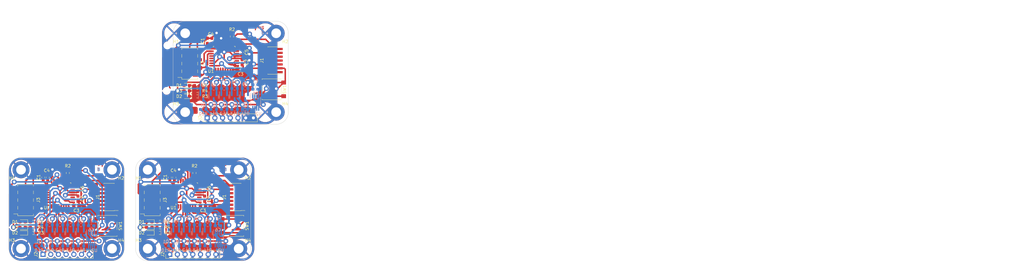
<source format=kicad_pcb>
(kicad_pcb (version 20221018) (generator pcbnew)
  (layers (0 "F.Cu" signal) (31 "B.Cu" signal) (34 "B.Paste" user) (35 "F.Paste" user) (36 "B.SilkS" user "B.Silkscreen") (37 "F.SilkS" user "F.Silkscreen") (38 "B.Mask" user) (39 "F.Mask" user) (44 "Edge.Cuts" user))
  (net 0 "")
  (net 1 "+5V-v1-")
  (net 2 "GND-v1-")
  (net 3 "+3.3V-v1-")
  (net 4 "Net-(D1-K)-v1-")
  (net 6 "Net-(D3-K)-v1-")
  (net 7 "Status_LED-v1-")
  (net 8 "Data_Clock_SNES-v1-")
  (net 9 "Data_Latch_SNES-v1-")
  (net 10 "Net-(D2-K)-v1-")
  (net 11 "Serial_Data1_SNES-v1-")
  (net 12 "Serial_Data2_SNES-v1-")
  (net 13 "SPI_Chip_Select-v1-")
  (net 14 "Chip_Enable-v1-")
  (net 15 "SPI_Digital_Input-v1-")
  (net 16 "SPI_Clock-v1-")
  (net 17 "SPI_Digital_Output-v1-")
  (net 18 "IOBit_SNES-v1-")
  (net 19 "Data_Clock_STM32-v1-")
  (net 20 "Data_Latch_STM32-v1-")
  (net 21 "Appairing_Btn-v1-")
  (net 22 "Net-(U2-BP)-v1-")
  (net 23 "SWDIO-v1-")
  (net 24 "SWDCK-v1-")
  (net 27 "NRST-v1-")
  (net 28 "USART2_RX-v1-")
  (net 29 "USART2_TX-v1-")
  (net 30 "Serial_Data1_STM32-v1-")
  (net 31 "IOBit_STM32-v1-")
  (net 32 "Serial_Data2_STM32-v1-")
  (net 46 "+5V-v2-")
  (net 47 "GND-v2-")
  (net 48 "+3.3V-v2-")
  (net 49 "Net-(D1-K)-v2-")
  (net 51 "Net-(D3-K)-v2-")
  (net 52 "Status_LED-v2-")
  (net 53 "Data_Clock_SNES-v2-")
  (net 54 "Data_Latch_SNES-v2-")
  (net 55 "Net-(D2-K)-v2-")
  (net 56 "Serial_Data1_SNES-v2-")
  (net 57 "Serial_Data2_SNES-v2-")
  (net 58 "SPI_Chip_Select-v2-")
  (net 59 "Chip_Enable-v2-")
  (net 60 "SPI_Digital_Input-v2-")
  (net 61 "SPI_Clock-v2-")
  (net 62 "SPI_Digital_Output-v2-")
  (net 63 "IOBit_SNES-v2-")
  (net 64 "Data_Clock_STM32-v2-")
  (net 65 "Data_Latch_STM32-v2-")
  (net 66 "Appairing_Btn-v2-")
  (net 67 "Net-(U2-BP)-v2-")
  (net 68 "SWDIO-v2-")
  (net 69 "SWDCK-v2-")
  (net 72 "NRST-v2-")
  (net 73 "USART2_RX-v2-")
  (net 74 "USART2_TX-v2-")
  (net 75 "Serial_Data1_STM32-v2-")
  (net 76 "IOBit_STM32-v2-")
  (net 77 "Serial_Data2_STM32-v2-")
  (net 91 "+5V-v3-")
  (net 92 "GND-v3-")
  (net 93 "+3.3V-v3-")
  (net 94 "Net-(D1-K)-v3-")
  (net 96 "Net-(D3-K)-v3-")
  (net 97 "Status_LED-v3-")
  (net 98 "Data_Clock_SNES-v3-")
  (net 99 "Data_Latch_SNES-v3-")
  (net 100 "Net-(D2-K)-v3-")
  (net 101 "Serial_Data1_SNES-v3-")
  (net 102 "Serial_Data2_SNES-v3-")
  (net 103 "SPI_Chip_Select-v3-")
  (net 104 "Chip_Enable-v3-")
  (net 105 "SPI_Digital_Input-v3-")
  (net 106 "SPI_Clock-v3-")
  (net 107 "SPI_Digital_Output-v3-")
  (net 108 "IOBit_SNES-v3-")
  (net 109 "Data_Clock_STM32-v3-")
  (net 110 "Data_Latch_STM32-v3-")
  (net 111 "Appairing_Btn-v3-")
  (net 112 "Net-(U2-BP)-v3-")
  (net 113 "SWDIO-v3-")
  (net 114 "SWDCK-v3-")
  (net 117 "NRST-v3-")
  (net 118 "USART2_RX-v3-")
  (net 119 "USART2_TX-v3-")
  (net 120 "Serial_Data1_STM32-v3-")
  (net 121 "IOBit_STM32-v3-")
  (net 122 "Serial_Data2_STM32-v3-")
  (footprint "Capacitor_SMD:C_0603_1608Metric_Pad1.08x0.95mm_HandSolder" (layer "F.Cu") (at -293.594668 111.907405)
    (fp_text reference "C3")
    (fp_text value "100n")
  )
  (footprint "Diode_SMD:D_0603_1608Metric_Pad1.05x0.95mm_HandSolder" (layer "F.Cu") (at -353.085986 120.767405 180)
    (fp_text reference "D2")
    (fp_text value "LED_Small")
  )
  (footprint "Package_QFP:LQFP-32_7x7mm_P0.8mm" (layer "F.Cu") (at -298.997168 107.867405 180)
    (fp_text reference "U1")
    (fp_text value "STM32L412KBTx")
  )
  (footprint "Diode_SMD:D_0603_1608Metric_Pad1.05x0.95mm_HandSolder" (layer "F.Cu") (at -298.970626 73.967405 180)
    (fp_text reference "D3")
    (fp_text value "LED")
  )
  (footprint "Capacitor_SMD:C_0603_1608Metric_Pad1.08x0.95mm_HandSolder" (layer "F.Cu") (at -280.729376 64.519905 90)
    (fp_text reference "C2")
    (fp_text value "100n")
  )
  (footprint "Capacitor_SMD:C_0603_1608Metric_Pad1.08x0.95mm_HandSolder" (layer "F.Cu") (at -293.087168 106.217405 90)
    (fp_text reference "C5")
    (fp_text value "100n")
  )
  (footprint "Connector_PinHeader_1.27mm:PinHeader_2x07_P1.27mm_Vertical_SMD" (layer "F.Cu") (at -282.847168 108.967405 180)
    (fp_text reference "J1")
    (fp_text value "Conn_02x07_Odd_Even")
  )
  (footprint "Package_QFP:LQFP-32_7x7mm_P0.8mm" (layer "F.Cu") (at -286.639376 62.867405 180)
    (fp_text reference "U1")
    (fp_text value "STM32L412KBTx")
  )
  (footprint "Capacitor_SMD:C_0603_1608Metric_Pad1.08x0.95mm_HandSolder" (layer "F.Cu") (at -334.844736 109.519905 90)
    (fp_text reference "C2")
    (fp_text value "100n")
  )
  (footprint "Resistor_SMD:R_0603_1608Metric_Pad0.98x0.95mm_HandSolder" (layer "F.Cu") (at -349.585986 117.167405)
    (fp_text reference "R1")
    (fp_text value "1k")
  )
  (footprint "MountingHole:MountingHole_3.2mm_M3_DIN965_Pad" (layer "F.Cu") (at -353.604736 99.967405)
    (fp_text reference "H1")
    (fp_text value "MountingHole_Pad")
  )
  (footprint "MountingHole:MountingHole_3.2mm_M3_DIN965_Pad" (layer "F.Cu") (at -311.847168 99.967405)
    (fp_text reference "H1")
    (fp_text value "MountingHole_Pad")
  )
  (footprint "Capacitor_SMD:C_0603_1608Metric_Pad1.08x0.95mm_HandSolder" (layer "F.Cu") (at -293.087168 109.519905 90)
    (fp_text reference "C2")
    (fp_text value "100n")
  )
  (footprint "Capacitor_SMD:C_0603_1608Metric_Pad1.08x0.95mm_HandSolder" (layer "F.Cu") (at -280.729376 61.217405 90)
    (fp_text reference "C5")
    (fp_text value "100n")
  )
  (footprint "Capacitor_SMD:C_0603_1608Metric_Pad1.08x0.95mm_HandSolder" (layer "F.Cu") (at -346.304736 102.467405 90)
    (fp_text reference "C1")
    (fp_text value "10u")
  )
  (footprint "MountingHole:MountingHole_3.2mm_M3_DIN965_Pad" (layer "F.Cu") (at -269.489376 54.967405)
    (fp_text reference "H2")
    (fp_text value "MountingHole_Pad")
  )
  (footprint "Capacitor_SMD:C_0603_1608Metric_Pad1.08x0.95mm_HandSolder" (layer "F.Cu") (at -335.352236 111.907405)
    (fp_text reference "C3")
    (fp_text value "100n")
  )
  (footprint "Diode_SMD:D_0603_1608Metric_Pad1.05x0.95mm_HandSolder" (layer "F.Cu") (at -353.085986 117.167405 180)
    (fp_text reference "D1")
    (fp_text value "LED_Small")
  )
  (footprint "Capacitor_SMD:C_0603_1608Metric_Pad1.08x0.95mm_HandSolder" (layer "F.Cu") (at -290.689376 57.467405 90)
    (fp_text reference "C4")
    (fp_text value "100n")
  )
  (footprint "Connector_PinHeader_2.54mm:PinHeader_1x07_P2.54mm_Vertical" (layer "F.Cu") (at -346.354736 127.867405 90)
    (fp_text reference "J2")
    (fp_text value "Conn_01x07_Socket")
  )
  (footprint "Resistor_SMD:R_0603_1608Metric_Pad0.98x0.95mm_HandSolder" (layer "F.Cu") (at -349.585986 120.767405)
    (fp_text reference "R3")
    (fp_text value "1k")
  )
  (footprint "Resistor_SMD:R_0603_1608Metric_Pad0.98x0.95mm_HandSolder" (layer "F.Cu") (at -307.828418 120.767405)
    (fp_text reference "R3")
    (fp_text value "1k")
  )
  (footprint "Diode_SMD:D_0603_1608Metric_Pad1.05x0.95mm_HandSolder" (layer "F.Cu") (at -311.328418 118.967405 180)
    (fp_text reference "D3")
    (fp_text value "LED")
  )
  (footprint "MountingHole:MountingHole_3.2mm_M3_DIN965_Pad" (layer "F.Cu") (at -323.604736 99.967405)
    (fp_text reference "H2")
    (fp_text value "MountingHole_Pad")
  )
  (footprint "Connector_PinHeader_2.54mm:PinHeader_1x07_P2.54mm_Vertical" (layer "F.Cu") (at -292.239376 82.867405 90)
    (fp_text reference "J2")
    (fp_text value "Conn_01x07_Socket")
  )
  (footprint "MountingHole:MountingHole_3.2mm_M3_DIN965_Pad" (layer "F.Cu") (at -323.604736 125.967405)
    (fp_text reference "H4")
    (fp_text value "MountingHole_Pad")
  )
  (footprint "Capacitor_SMD:C_0603_1608Metric_Pad1.08x0.95mm_HandSolder" (layer "F.Cu") (at -304.547168 102.467405 90)
    (fp_text reference "C1")
    (fp_text value "10u")
  )
  (footprint "Diode_SMD:D_0603_1608Metric_Pad1.05x0.95mm_HandSolder" (layer "F.Cu") (at -311.328418 120.767405 180)
    (fp_text reference "D2")
    (fp_text value "LED_Small")
  )
  (footprint "Resistor_SMD:R_0603_1608Metric_Pad0.98x0.95mm_HandSolder" (layer "F.Cu") (at -295.470626 72.167405)
    (fp_text reference "R1")
    (fp_text value "1k")
  )
  (footprint "Resistor_SMD:R_0603_1608Metric_Pad0.98x0.95mm_HandSolder" (layer "F.Cu") (at -296.427168 101.037405 90)
    (fp_text reference "R2")
    (fp_text value "10k")
  )
  (footprint "Button_Switch_SMD:SW_SPST_B3S-1000" (layer "F.Cu") (at -283.347168 118.467405 180)
    (fp_text reference "SW1")
    (fp_text value "SW_SPST")
  )
  (footprint "Button_Switch_SMD:SW_SPST_B3S-1000" (layer "F.Cu") (at -270.989376 73.467405 180)
    (fp_text reference "SW1")
    (fp_text value "SW_SPST")
  )
  (footprint "Resistor_SMD:R_0603_1608Metric_Pad0.98x0.95mm_HandSolder" (layer "F.Cu") (at -307.828418 117.167405)
    (fp_text reference "R1")
    (fp_text value "1k")
  )
  (footprint "Capacitor_SMD:C_0603_1608Metric_Pad1.08x0.95mm_HandSolder" (layer "F.Cu") (at -334.844736 106.217405 90)
    (fp_text reference "C5")
    (fp_text value "100n")
  )
  (footprint "Connector_PinHeader_2.54mm:PinHeader_1x07_P2.54mm_Vertical" (layer "F.Cu") (at -304.597168 127.867405 90)
    (fp_text reference "J2")
    (fp_text value "Conn_01x07_Socket")
  )
  (footprint "Package_QFP:LQFP-32_7x7mm_P0.8mm" (layer "F.Cu") (at -340.754736 107.867405 180)
    (fp_text reference "U1")
    (fp_text value "STM32L412KBTx")
  )
  (footprint "Capacitor_SMD:C_0603_1608Metric_Pad1.08x0.95mm_HandSolder" (layer "F.Cu") (at -303.047168 102.467405 90)
    (fp_text reference "C4")
    (fp_text value "100n")
  )
  (footprint "Resistor_SMD:R_0603_1608Metric_Pad0.98x0.95mm_HandSolder" (layer "F.Cu") (at -284.069376 56.037405 90)
    (fp_text reference "R2")
    (fp_text value "10k")
  )
  (footprint "Capacitor_SMD:C_0603_1608Metric_Pad1.08x0.95mm_HandSolder" (layer "F.Cu") (at -292.189376 57.467405 90)
    (fp_text reference "C1")
    (fp_text value "10u")
  )
  (footprint "MountingHole:MountingHole_3.2mm_M3_DIN965_Pad" (layer "F.Cu") (at -281.847168 99.967405)
    (fp_text reference "H2")
    (fp_text value "MountingHole_Pad")
  )
  (footprint "Capacitor_SMD:C_0603_1608Metric_Pad1.08x0.95mm_HandSolder" (layer "F.Cu") (at -281.236876 66.907405)
    (fp_text reference "C3")
    (fp_text value "100n")
  )
  (footprint "Capacitor_SMD:C_0603_1608Metric_Pad1.08x0.95mm_HandSolder" (layer "F.Cu") (at -344.804736 102.467405 90)
    (fp_text reference "C4")
    (fp_text value "100n")
  )
  (footprint "Resistor_SMD:R_0603_1608Metric_Pad0.98x0.95mm_HandSolder" (layer "F.Cu") (at -349.585986 118.967405)
    (fp_text reference "R4")
    (fp_text value "1k")
  )
  (footprint "MountingHole:MountingHole_3.2mm_M3_DIN965_Pad" (layer "F.Cu") (at -353.604736 125.967405)
    (fp_text reference "H3")
    (fp_text value "MountingHole_Pad")
  )
  (footprint "Connector_PinSocket_2.54mm:PinSocket_2x04_P2.54mm_Vertical_SMD" (layer "F.Cu") (at -297.989376 64.967405 180)
    (fp_text reference "J3")
    (fp_text value "Conn_01x08_Socket")
  )
  (footprint "Resistor_SMD:R_0603_1608Metric_Pad0.98x0.95mm_HandSolder" (layer "F.Cu") (at -307.828418 118.967405)
    (fp_text reference "R4")
    (fp_text value "1k")
  )
  (footprint "Resistor_SMD:R_0603_1608Metric_Pad0.98x0.95mm_HandSolder" (layer "F.Cu") (at -295.470626 73.967405)
    (fp_text reference "R4")
    (fp_text value "1k")
  )
  (footprint "Diode_SMD:D_0603_1608Metric_Pad1.05x0.95mm_HandSolder" (layer "F.Cu") (at -298.970626 75.767405 180)
    (fp_text reference "D2")
    (fp_text value "LED_Small")
  )
  (footprint "Diode_SMD:D_0603_1608Metric_Pad1.05x0.95mm_HandSolder" (layer "F.Cu") (at -311.328418 117.167405 180)
    (fp_text reference "D1")
    (fp_text value "LED_Small")
  )
  (footprint "Resistor_SMD:R_0603_1608Metric_Pad0.98x0.95mm_HandSolder" (layer "F.Cu") (at -338.184736 101.037405 90)
    (fp_text reference "R2")
    (fp_text value "10k")
  )
  (footprint "MountingHole:MountingHole_3.2mm_M3_DIN965_Pad" (layer "F.Cu") (at -299.489376 54.967405)
    (fp_text reference "H1")
    (fp_text value "MountingHole_Pad")
  )
  (footprint "Resistor_SMD:R_0603_1608Metric_Pad0.98x0.95mm_HandSolder" (layer "F.Cu") (at -295.470626 75.767405)
    (fp_text reference "R3")
    (fp_text value "1k")
  )
  (footprint "Connector_PinHeader_1.27mm:PinHeader_2x07_P1.27mm_Vertical_SMD" (layer "F.Cu") (at -324.604736 108.967405 180)
    (fp_text reference "J1")
    (fp_text value "Conn_02x07_Odd_Even")
  )
  (footprint "MountingHole:MountingHole_3.2mm_M3_DIN965_Pad" (layer "F.Cu") (at -311.847168 125.967405)
    (fp_text reference "H3")
    (fp_text value "MountingHole_Pad")
  )
  (footprint "Connector_PinSocket_2.54mm:PinSocket_2x04_P2.54mm_Vertical_SMD" (layer "F.Cu") (at -310.347168 109.967405 180)
    (fp_text reference "J3")
    (fp_text value "Conn_01x08_Socket")
  )
  (footprint "MountingHole:MountingHole_3.2mm_M3_DIN965_Pad" (layer "F.Cu") (at -281.847168 125.967405)
    (fp_text reference "H4")
    (fp_text value "MountingHole_Pad")
  )
  (footprint "Diode_SMD:D_0603_1608Metric_Pad1.05x0.95mm_HandSolder" (layer "F.Cu") (at -353.085986 118.967405 180)
    (fp_text reference "D3")
    (fp_text value "LED")
  )
  (footprint "Button_Switch_SMD:SW_SPST_B3S-1000" (layer "F.Cu") (at -325.104736 118.467405 180)
    (fp_text reference "SW1")
    (fp_text value "SW_SPST")
  )
  (footprint "MountingHole:MountingHole_3.2mm_M3_DIN965_Pad" (layer "F.Cu") (at -299.489376 80.967405)
    (fp_text reference "H3")
    (fp_text value "MountingHole_Pad")
  )
  (footprint "Diode_SMD:D_0603_1608Metric_Pad1.05x0.95mm_HandSolder" (layer "F.Cu") (at -298.970626 72.167405 180)
    (fp_text reference "D1")
    (fp_text value "LED_Small")
  )
  (footprint "Connector_PinSocket_2.54mm:PinSocket_2x04_P2.54mm_Vertical_SMD" (layer "F.Cu") (at -352.104736 109.967405 180)
    (fp_text reference "J3")
    (fp_text value "Conn_01x08_Socket")
  )
  (footprint "MountingHole:MountingHole_3.2mm_M3_DIN965_Pad" (layer "F.Cu") (at -269.489376 80.967405)
    (fp_text reference "H4")
    (fp_text value "MountingHole_Pad")
  )
  (footprint "Connector_PinHeader_1.27mm:PinHeader_2x07_P1.27mm_Vertical_SMD" (layer "F.Cu") (at -270.489376 63.967405 180)
    (fp_text reference "J1")
    (fp_text value "Conn_02x07_Odd_Even")
  )
  (footprint "Capacitor_SMD:C_0603_1608Metric_Pad1.08x0.95mm_HandSolder" (layer "B.Cu") (at -330.454736 116.917405 180)
    (fp_text reference "C7")
    (fp_text value "2.2u")
  )
  (footprint "Package_TO_SOT_SMD:SOT-23" (layer "B.Cu") (at -333.854736 120.867405 -90)
    (fp_text reference "Q5")
    (fp_text value "2N7002")
  )
  (footprint "Package_TO_SOT_SMD:SOT-23" (layer "B.Cu") (at -340.754736 120.867405 -90)
    (fp_text reference "Q3")
    (fp_text value "2N7002")
  )
  (footprint "Resistor_SMD:R_0603_1608Metric_Pad0.98x0.95mm_HandSolder" (layer "B.Cu") (at -344.204736 118.167405)
    (fp_text reference "R6")
    (fp_text value "10k")
  )
  (footprint "Resistor_SMD:R_0603_1608Metric_Pad0.98x0.95mm_HandSolder" (layer "B.Cu") (at -305.897168 125.067405)
    (fp_text reference "R10")
    (fp_text value "10k")
  )
  (footprint "Resistor_SMD:R_0603_1608Metric_Pad0.98x0.95mm_HandSolder" (layer "B.Cu") (at -333.854736 125.067405)
    (fp_text reference "R14")
    (fp_text value "10k")
  )
  (footprint "Resistor_SMD:R_0603_1608Metric_Pad0.98x0.95mm_HandSolder" (layer "B.Cu") (at -293.539376 80.067405)
    (fp_text reference "R10")
    (fp_text value "10k")
  )
  (footprint "Resistor_SMD:R_0603_1608Metric_Pad0.98x0.95mm_HandSolder" (layer "B.Cu") (at -305.897168 118.167405)
    (fp_text reference "R5")
    (fp_text value "10k")
  )
  (footprint "Capacitor_SMD:C_0603_1608Metric_Pad1.08x0.95mm_HandSolder" (layer "B.Cu") (at -276.339376 73.417405 180)
    (fp_text reference "C6")
    (fp_text value "470p")
  )
  (footprint "Package_TO_SOT_SMD:SOT-23" (layer "B.Cu") (at -305.897168 120.867405 -90)
    (fp_text reference "Q1")
    (fp_text value "2N7002")
  )
  (footprint "Package_TO_SOT_SMD:SOT-23" (layer "B.Cu") (at -286.639376 75.867405 -90)
    (fp_text reference "Q3")
    (fp_text value "2N7002")
  )
  (footprint "Resistor_SMD:R_0603_1608Metric_Pad0.98x0.95mm_HandSolder" (layer "B.Cu") (at -302.447168 118.167405)
    (fp_text reference "R6")
    (fp_text value "10k")
  )
  (footprint "Resistor_SMD:R_0603_1608Metric_Pad0.98x0.95mm_HandSolder" (layer "B.Cu") (at -293.539376 73.167405)
    (fp_text reference "R5")
    (fp_text value "10k")
  )
  (footprint "Resistor_SMD:R_0603_1608Metric_Pad0.98x0.95mm_HandSolder" (layer "B.Cu") (at -298.997168 125.067405)
    (fp_text reference "R12")
    (fp_text value "10k")
  )
  (footprint "Resistor_SMD:R_0603_1608Metric_Pad0.98x0.95mm_HandSolder" (layer "B.Cu") (at -295.547168 118.167405)
    (fp_text reference "R8")
    (fp_text value "10k")
  )
  (footprint "Resistor_SMD:R_0603_1608Metric_Pad0.98x0.95mm_HandSolder" (layer "B.Cu") (at -292.097168 125.067405)
    (fp_text reference "R14")
    (fp_text value "10k")
  )
  (footprint "Resistor_SMD:R_0603_1608Metric_Pad0.98x0.95mm_HandSolder" (layer "B.Cu") (at -347.654736 118.167405)
    (fp_text reference "R5")
    (fp_text value "10k")
  )
  (footprint "Package_SO:MSOP-8_3x3mm_P0.65mm" (layer "B.Cu") (at -330.342236 122.617405 -90)
    (fp_text reference "U2")
    (fp_text value "MIC5219-3.3YMM")
  )
  (footprint "Resistor_SMD:R_0603_1608Metric_Pad0.98x0.95mm_HandSolder" (layer "B.Cu") (at -290.089376 73.167405)
    (fp_text reference "R6")
    (fp_text value "10k")
  )
  (footprint "Resistor_SMD:R_0603_1608Metric_Pad0.98x0.95mm_HandSolder" (layer "B.Cu") (at -279.739376 80.067405)
    (fp_text reference "R14")
    (fp_text value "10k")
  )
  (footprint "Resistor_SMD:R_0603_1608Metric_Pad0.98x0.95mm_HandSolder" (layer "B.Cu") (at -333.854736 118.167405)
    (fp_text reference "R9")
    (fp_text value "10k")
  )
  (footprint "Package_TO_SOT_SMD:SOT-23" (layer "B.Cu") (at -279.739376 75.867405 -90)
    (fp_text reference "Q5")
    (fp_text value "2N7002")
  )
  (footprint "Resistor_SMD:R_0603_1608Metric_Pad0.98x0.95mm_HandSolder" (layer "B.Cu") (at -302.447168 125.067405)
    (fp_text reference "R11")
    (fp_text value "10k")
  )
  (footprint "Resistor_SMD:R_0603_1608Metric_Pad0.98x0.95mm_HandSolder" (layer "B.Cu") (at -286.639376 80.067405)
    (fp_text reference "R12")
    (fp_text value "10k")
  )
  (footprint "Resistor_SMD:R_0603_1608Metric_Pad0.98x0.95mm_HandSolder" (layer "B.Cu") (at -290.089376 80.067405)
    (fp_text reference "R11")
    (fp_text value "10k")
  )
  (footprint "Resistor_SMD:R_0603_1608Metric_Pad0.98x0.95mm_HandSolder" (layer "B.Cu") (at -337.304736 125.067405)
    (fp_text reference "R13")
    (fp_text value "10k")
  )
  (footprint "Resistor_SMD:R_0603_1608Metric_Pad0.98x0.95mm_HandSolder" (layer "B.Cu") (at -298.997168 118.167405)
    (fp_text reference "R7")
    (fp_text value "10k")
  )
  (footprint "Resistor_SMD:R_0603_1608Metric_Pad0.98x0.95mm_HandSolder" (layer "B.Cu") (at -340.754736 125.067405)
    (fp_text reference "R12")
    (fp_text value "10k")
  )
  (footprint "Resistor_SMD:R_0603_1608Metric_Pad0.98x0.95mm_HandSolder" (layer "B.Cu") (at -283.189376 73.167405)
    (fp_text reference "R8")
    (fp_text value "10k")
  )
  (footprint "Package_TO_SOT_SMD:SOT-23" (layer "B.Cu") (at -344.204736 120.867405 -90)
    (fp_text reference "Q2")
    (fp_text value "2N7002")
  )
  (footprint "Package_TO_SOT_SMD:SOT-23" (layer "B.Cu") (at -295.547168 120.867405 -90)
    (fp_text reference "Q4")
    (fp_text value "2N7002")
  )
  (footprint "Capacitor_SMD:C_0603_1608Metric_Pad1.08x0.95mm_HandSolder" (layer "B.Cu") (at -330.454736 118.417405 180)
    (fp_text reference "C6")
    (fp_text value "470p")
  )
  (footprint "Resistor_SMD:R_0603_1608Metric_Pad0.98x0.95mm_HandSolder" (layer "B.Cu") (at -286.639376 73.167405)
    (fp_text reference "R7")
    (fp_text value "10k")
  )
  (footprint "Package_TO_SOT_SMD:SOT-23" (layer "B.Cu") (at -347.654736 120.867405 -90)
    (fp_text reference "Q1")
    (fp_text value "2N7002")
  )
  (footprint "Resistor_SMD:R_0603_1608Metric_Pad0.98x0.95mm_HandSolder" (layer "B.Cu") (at -295.547168 125.067405)
    (fp_text reference "R13")
    (fp_text value "10k")
  )
  (footprint "Resistor_SMD:R_0603_1608Metric_Pad0.98x0.95mm_HandSolder" (layer "B.Cu") (at -292.097168 118.167405)
    (fp_text reference "R9")
    (fp_text value "10k")
  )
  (footprint "Resistor_SMD:R_0603_1608Metric_Pad0.98x0.95mm_HandSolder" (layer "B.Cu") (at -283.189376 80.067405)
    (fp_text reference "R13")
    (fp_text value "10k")
  )
  (footprint "Package_TO_SOT_SMD:SOT-23" (layer "B.Cu") (at -290.089376 75.867405 -90)
    (fp_text reference "Q2")
    (fp_text value "2N7002")
  )
  (footprint "Package_TO_SOT_SMD:SOT-23" (layer "B.Cu") (at -302.447168 120.867405 -90)
    (fp_text reference "Q2")
    (fp_text value "2N7002")
  )
  (footprint "Resistor_SMD:R_0603_1608Metric_Pad0.98x0.95mm_HandSolder" (layer "B.Cu") (at -344.204736 125.067405)
    (fp_text reference "R11")
    (fp_text value "10k")
  )
  (footprint "Resistor_SMD:R_0603_1608Metric_Pad0.98x0.95mm_HandSolder" (layer "B.Cu") (at -337.304736 118.167405)
    (fp_text reference "R8")
    (fp_text value "10k")
  )
  (footprint "Package_SO:MSOP-8_3x3mm_P0.65mm" (layer "B.Cu") (at -276.226876 77.617405 -90)
    (fp_text reference "U2")
    (fp_text value "MIC5219-3.3YMM")
  )
  (footprint "Resistor_SMD:R_0603_1608Metric_Pad0.98x0.95mm_HandSolder" (layer "B.Cu") (at -347.654736 125.067405)
    (fp_text reference "R10")
    (fp_text value "10k")
  )
  (footprint "Capacitor_SMD:C_0603_1608Metric_Pad1.08x0.95mm_HandSolder" (layer "B.Cu") (at -288.697168 118.417405 180)
    (fp_text reference "C6")
    (fp_text value "470p")
  )
  (footprint "Package_TO_SOT_SMD:SOT-23" (layer "B.Cu") (at -292.097168 120.867405 -90)
    (fp_text reference "Q5")
    (fp_text value "2N7002")
  )
  (footprint "Capacitor_SMD:C_0603_1608Metric_Pad1.08x0.95mm_HandSolder" (layer "B.Cu") (at -288.697168 116.917405 180)
    (fp_text reference "C7")
    (fp_text value "2.2u")
  )
  (footprint "Resistor_SMD:R_0603_1608Metric_Pad0.98x0.95mm_HandSolder" (layer "B.Cu") (at -340.754736 118.167405)
    (fp_text reference "R7")
    (fp_text value "10k")
  )
  (footprint "Package_TO_SOT_SMD:SOT-23" (layer "B.Cu") (at -337.304736 120.867405 -90)
    (fp_text reference "Q4")
    (fp_text value "2N7002")
  )
  (footprint "Package_TO_SOT_SMD:SOT-23" (layer "B.Cu") (at -293.539376 75.867405 -90)
    (fp_text reference "Q1")
    (fp_text value "2N7002")
  )
  (footprint "Resistor_SMD:R_0603_1608Metric_Pad0.98x0.95mm_HandSolder" (layer "B.Cu") (at -279.739376 73.167405)
    (fp_text reference "R9")
    (fp_text value "10k")
  )
  (footprint "Package_SO:MSOP-8_3x3mm_P0.65mm" (layer "B.Cu") (at -288.584668 122.617405 -90)
    (fp_text reference "U2")
    (fp_text value "MIC5219-3.3YMM")
  )
  (footprint "Capacitor_SMD:C_0603_1608Metric_Pad1.08x0.95mm_HandSolder" (layer "B.Cu") (at -276.339376 71.917405 180)
    (fp_text reference "C7")
    (fp_text value "2.2u")
  )
  (footprint "Package_TO_SOT_SMD:SOT-23" (layer "B.Cu") (at -298.997168 120.867405 -90)
    (fp_text reference "Q3")
    (fp_text value "2N7002")
  )
  (footprint "Package_TO_SOT_SMD:SOT-23" (layer "B.Cu") (at -283.189376 75.867405 -90)
    (fp_text reference "Q4")
    (fp_text value "2N7002")
  )
  (gr_line (start -269.489376 84.967405) (end -299.489376 84.967405) (stroke (width 0.1)) (layer "Edge.Cuts"))
  (gr_arc (start -265.489376 80.967405) (mid -266.660949 83.795832) (end -269.489376 84.967405) (stroke (width 0.1)) (layer "Edge.Cuts"))
  (gr_line (start -357.604736 125.967405) (end -357.604736 99.967405) (stroke (width 0.1)) (layer "Edge.Cuts"))
  (gr_line (start -311.847168 95.967405) (end -281.847168 95.967405) (stroke (width 0.1)) (layer "Edge.Cuts"))
  (gr_line (start -265.489376 54.967405) (end -265.489376 80.967405) (stroke (width 0.1)) (layer "Edge.Cuts"))
  (gr_arc (start -277.847168 125.967405) (mid -279.018741 128.795832) (end -281.847168 129.967405) (stroke (width 0.1)) (layer "Edge.Cuts"))
  (gr_line (start -353.604736 95.967405) (end -323.604736 95.967405) (stroke (width 0.1)) (layer "Edge.Cuts"))
  (gr_arc (start -319.604736 125.967405) (mid -320.776309 128.795832) (end -323.604736 129.967405) (stroke (width 0.1)) (layer "Edge.Cuts"))
  (gr_arc (start -357.604736 99.967405) (mid -356.433163 97.138978) (end -353.604736 95.967405) (stroke (width 0.1)) (layer "Edge.Cuts"))
  (gr_line (start -323.604736 129.967405) (end -353.604736 129.967405) (stroke (width 0.1)) (layer "Edge.Cuts"))
  (gr_arc (start -315.847168 99.967405) (mid -314.675595 97.138978) (end -311.847168 95.967405) (stroke (width 0.1)) (layer "Edge.Cuts"))
  (gr_line (start -277.847168 99.967405) (end -277.847168 125.967405) (stroke (width 0.1)) (layer "Edge.Cuts"))
  (gr_line (start -281.847168 129.967405) (end -311.847168 129.967405) (stroke (width 0.1)) (layer "Edge.Cuts"))
  (gr_line (start -319.604736 99.967405) (end -319.604736 125.967405) (stroke (width 0.1)) (layer "Edge.Cuts"))
  (gr_line (start -303.489376 80.967405) (end -303.489376 54.967405) (stroke (width 0.1)) (layer "Edge.Cuts"))
  (gr_arc (start -281.847168 95.967405) (mid -279.018741 97.138978) (end -277.847168 99.967405) (stroke (width 0.1)) (layer "Edge.Cuts"))
  (gr_line (start -315.847168 125.967405) (end -315.847168 99.967405) (stroke (width 0.1)) (layer "Edge.Cuts"))
  (gr_arc (start -269.489376 50.967405) (mid -266.660949 52.138978) (end -265.489376 54.967405) (stroke (width 0.1)) (layer "Edge.Cuts"))
  (gr_arc (start -299.489376 84.967405) (mid -302.317803 83.795832) (end -303.489376 80.967405) (stroke (width 0.1)) (layer "Edge.Cuts"))
  (gr_arc (start -323.604736 95.967405) (mid -320.776309 97.138978) (end -319.604736 99.967405) (stroke (width 0.1)) (layer "Edge.Cuts"))
  (gr_arc (start -311.847168 129.967405) (mid -314.675595 128.795832) (end -315.847168 125.967405) (stroke (width 0.1)) (layer "Edge.Cuts"))
  (gr_arc (start -303.489376 54.967405) (mid -302.317803 52.138978) (end -299.489376 50.967405) (stroke (width 0.1)) (layer "Edge.Cuts"))
  (gr_line (start -299.489376 50.967405) (end -269.489376 50.967405) (stroke (width 0.1)) (layer "Edge.Cuts"))
  (gr_arc (start -353.604736 129.967405) (mid -356.433163 128.795832) (end -357.604736 125.967405) (stroke (width 0.1)) (layer "Edge.Cuts"))
  (gr_text "SNES Plug" (at -293.847168 98.467405) (layer "F.Cu") (effects (font (size 1 1)) (justify left bottom)))
  (gr_text "T" (at -286.847168 100.467405) (layer "F.Cu") (effects (font (size 1 1)) (justify left bottom)))
  (gr_text "SNES Plug" (at -281.489376 53.467405) (layer "F.Cu") (effects (font (size 1 1)) (justify left bottom)))
  (gr_text "T" (at -328.604736 100.467405) (layer "F.Cu") (effects (font (size 1 1)) (justify left bottom)))
  (gr_text "T" (at -274.489376 55.467405) (layer "F.Cu") (effects (font (size 1 1)) (justify left bottom)))
  (gr_text "SNES Plug" (at -335.604736 98.467405) (layer "F.Cu") (effects (font (size 1 1)) (justify left bottom)))
  (gr_text "B" (at -274.489376 55.467405) (layer "B.Cu") (effects (font (size 1 1)) (justify left bottom)))
  (gr_text "B" (at -328.604736 100.467405) (layer "B.Cu") (effects (font (size 1 1)) (justify left bottom)))
  (gr_text "B" (at -286.847168 100.467405) (layer "B.Cu") (effects (font (size 1 1)) (justify left bottom)))
  (segment (start -338.217236 123.467405) (end -341.667236 123.467405) (width 0.5) (layer "F.Cu") (net 1))
  (segment (start -345.117236 123.467405) (end -345.117236 126.629905) (width 0.5) (layer "F.Cu") (net 1))
  (segment (start -345.117236 123.467405) (end -341.667236 123.467405) (width 0.3) (layer "F.Cu") (net 1))
  (segment (start -351.104736 122.217405) (end -349.854736 123.467405) (width 0.5) (layer "F.Cu") (net 1))
  (segment (start -349.854736 123.467405) (end -345.117236 123.467405) (width 0.5) (layer "F.Cu") (net 1))
  (segment (start -353.960986 120.801966) (end -352.545547 122.217405) (width 0.5) (layer "F.Cu") (net 1))
  (segment (start -334.767236 123.467405) (end -327.854736 123.467405) (width 0.5) (layer "F.Cu") (net 1))
  (segment (start -345.117236 126.629905) (end -346.354736 127.867405) (width 0.5) (layer "F.Cu") (net 1))
  (segment (start -352.545547 122.217405) (end -351.104736 122.217405) (width 0.5) (layer "F.Cu") (net 1))
  (segment (start -353.960986 120.767405) (end -353.960986 120.801966) (width 0.5) (layer "F.Cu") (net 1))
  (segment (start -338.217236 123.467405) (end -334.767236 123.467405) (width 0.5) (layer "F.Cu") (net 1))
  (via (at -334.767236 123.467405) (size 1.6) (drill 0.8) (layers "F.Cu" "B.Cu") (net 1))
  (via (at -338.217236 123.467405) (size 1.6) (drill 0.8) (layers "F.Cu" "B.Cu") (net 1))
  (via (at -341.667236 123.467405) (size 1.6) (drill 0.8) (layers "F.Cu" "B.Cu") (net 1))
  (via (at -345.117236 123.467405) (size 1.6) (drill 0.8) (layers "F.Cu" "B.Cu") (net 1))
  (via (at -327.854736 123.467405) (size 1.6) (drill 0.8) (layers "F.Cu" "B.Cu") (net 1))
  (segment (start -329.247997 123.367405) (end -330.667236 121.948166) (width 0.5) (layer "B.Cu") (net 1))
  (segment (start -346.354736 127.279905) (end -348.567236 125.067405) (width 0.5) (layer "B.Cu") (net 1))
  (segment (start -330.667236 120.504905) (end -330.667236 121.948166) (width 0.3) (layer "B.Cu") (net 1))
  (segment (start -327.954736 123.367405) (end -329.247997 123.367405) (width 0.5) (layer "B.Cu") (net 1))
  (segment (start -346.354736 127.867405) (end -346.354736 127.279905) (width 0.5) (layer "B.Cu") (net 1))
  (segment (start -338.217236 123.467405) (end -338.217236 125.067405) (width 0.5) (layer "B.Cu") (net 1))
  (segment (start -331.317236 120.504905) (end -331.317236 121.298166) (width 0.3) (layer "B.Cu") (net 1))
  (segment (start -327.854736 123.467405) (end -327.954736 123.367405) (width 0.5) (layer "B.Cu") (net 1))
  (segment (start -331.317236 121.298166) (end -330.667236 121.948166) (width 0.3) (layer "B.Cu") (net 1))
  (segment (start -334.767236 123.467405) (end -334.767236 125.067405) (width 0.5) (layer "B.Cu") (net 1))
  (segment (start -345.117236 125.067405) (end -345.117236 123.467405) (width 0.5) (layer "B.Cu") (net 1))
  (segment (start -341.667236 123.467405) (end -341.667236 125.067405) (width 0.5) (layer "B.Cu") (net 1))
  (segment (start -344.804736 101.417405) (end -343.254736 99.867405) (width 0.5) (layer "F.Cu") (net 2))
  (segment (start -333.819736 106.379905) (end -334.844736 105.354905) (width 0.5) (layer "F.Cu") (net 2))
  (segment (start -332.943047 105.354905) (end -334.844736 105.354905) (width 0.5) (layer "F.Cu") (net 2))
  (segment (start -335.514736 112.932405) (end -334.489736 111.907405) (width 0.5) (layer "F.Cu") (net 2))
  (segment (start -332.455547 104.867405) (end -332.943047 105.354905) (width 0.5) (layer "F.Cu") (net 2))
  (segment (start -343.554736 100.167405) (end -343.554736 103.692405) (width 0.5) (layer "F.Cu") (net 2))
  (segment (start -337.954736 112.042405) (end -337.064736 112.932405) (width 0.5) (layer "F.Cu") (net 2))
  (segment (start -343.254736 99.867405) (end -343.554736 100.167405) (width 0.5) (layer "F.Cu") (net 2))
  (segment (start -333.819736 109.283598) (end -333.819736 106.379905) (width 0.5) (layer "F.Cu") (net 2))
  (segment (start -334.844736 110.382405) (end -334.844736 110.308598) (width 0.5) (layer "F.Cu") (net 2))
  (segment (start -344.804736 101.604905) (end -344.804736 101.417405) (width 0.5) (layer "F.Cu") (net 2))
  (segment (start -346.304736 101.604905) (end -344.804736 101.604905) (width 0.5) (layer "F.Cu") (net 2))
  (segment (start -334.489736 111.907405) (end -334.489736 110.737405) (width 0.5) (layer "F.Cu") (net 2))
  (segment (start -334.844736 110.308598) (end -333.819736 109.283598) (width 0.5) (layer "F.Cu") (net 2))
  (segment (start -334.489736 110.737405) (end -334.844736 110.382405) (width 0.5) (layer "F.Cu") (net 2))
  (segment (start -337.064736 112.932405) (end -335.514736 112.932405) (width 0.5) (layer "F.Cu") (net 2))
  (segment (start -346.854736 112.717405) (end -347.914736 113.777405) (width 0.5) (layer "F.Cu") (net 2))
  (segment (start -347.914736 113.777405) (end -349.584736 113.777405) (width 0.5) (layer "F.Cu") (net 2))
  (via (at -343.254736 99.867405) (size 1.6) (drill 0.8) (layers "F.Cu" "B.Cu") (net 2))
  (via (at -332.455547 104.867405) (size 1.6) (drill 0.8) (layers "F.Cu" "B.Cu") (net 2))
  (via (at -346.854736 112.717405) (size 1.6) (drill 0.8) (layers "F.Cu" "B.Cu") (net 2))
  (via (at -331.317236 114.867405) (size 1.6) (drill 0.8) (layers "F.Cu" "B.Cu") (net 2))
  (segment (start -335.204736 104.867405) (end -340.204736 99.867405) (width 0.5) (layer "B.Cu") (net 2))
  (segment (start -331.317236 116.917405) (end -331.317236 118.417405) (width 0.5) (layer "B.Cu") (net 2))
  (segment (start -331.317236 116.917405) (end -331.317236 114.867405) (width 0.5) (layer "B.Cu") (net 2))
  (segment (start -332.455547 104.867405) (end -335.204736 104.867405) (width 0.5) (layer "B.Cu") (net 2))
  (segment (start -331.317236 114.904905) (end -331.354736 114.867405) (width 0.5) (layer "B.Cu") (net 2))
  (segment (start -340.204736 99.867405) (end -343.254736 99.867405) (width 0.5) (layer "B.Cu") (net 2))
  (segment (start -344.929736 105.067405) (end -344.929736 103.454905) (width 0.5) (layer "F.Cu") (net 3))
  (segment (start -322.654736 111.507405) (end -320.954736 111.507405) (width 0.5) (layer "F.Cu") (net 3))
  (segment (start -337.93433 110.217405) (end -339.063925 110.217405) (width 0.5) (layer "F.Cu") (net 3))
  (segment (start -344.929736 103.454905) (end -344.804736 103.329905) (width 0.5) (layer "F.Cu") (net 3))
  (segment (start -356.104736 118.967405) (end -356.104736 115.257405) (width 0.5) (layer "F.Cu") (net 3))
  (segment (start -337.604736 107.467405) (end -338.954736 106.117405) (width 0.5) (layer "F.Cu") (net 3))
  (segment (start -341.804736 105.067405) (end -344.929736 105.067405) (width 0.5) (layer "F.Cu") (net 3))
  (segment (start -329.079736 116.217405) (end -321.129736 116.217405) (width 0.5) (layer "F.Cu") (net 3))
  (segment (start -337.48433 110.667405) (end -337.93433 110.217405) (width 0.5) (layer "F.Cu") (net 3))
  (segment (start -338.954736 106.117405) (end -340.754736 106.117405) (width 0.5) (layer "F.Cu") (net 3))
  (segment (start -336.214736 111.907405) (end -336.214736 111.032405) (width 0.5) (layer "F.Cu") (net 3))
  (segment (start -336.579736 110.667405) (end -337.48433 110.667405) (width 0.5) (layer "F.Cu") (net 3))
  (segment (start -336.579736 107.467405) (end -337.604736 107.467405) (width 0.5) (layer "F.Cu") (net 3))
  (segment (start -335.232236 107.467405) (end -336.579736 107.467405) (width 0.5) (layer "F.Cu") (net 3))
  (segment (start -356.104736 115.257405) (end -354.624736 113.777405) (width 0.5) (layer "F.Cu") (net 3))
  (segment (start -334.844736 107.079905) (end -335.232236 107.467405) (width 0.5) (layer "F.Cu") (net 3))
  (segment (start -340.754736 106.117405) (end -341.804736 105.067405) (width 0.5) (layer "F.Cu") (net 3))
  (segment (start -339.063925 110.217405) (end -340.754736 108.526594) (width 0.5) (layer "F.Cu") (net 3))
  (segment (start -346.304736 103.329905) (end -346.304736 103.692405) (width 0.5) (layer "F.Cu") (net 3))
  (segment (start -320.954736 111.507405) (end -320.604736 111.857405) (width 0.5) (layer "F.Cu") (net 3))
  (segment (start -320.604736 115.692405) (end -320.604736 111.857405) (width 0.5) (layer "F.Cu") (net 3))
  (segment (start -346.304736 103.692405) (end -344.929736 105.067405) (width 0.5) (layer "F.Cu") (net 3))
  (segment (start -353.960986 118.967405) (end -356.104736 118.967405) (width 0.5) (layer "F.Cu") (net 3))
  (segment (start -323.129736 118.217405) (end -321.129736 116.217405) (width 0.5) (layer "F.Cu") (net 3))
  (segment (start -321.129736 116.217405) (end -320.604736 115.692405) (width 0.5) (layer "F.Cu") (net 3))
  (segment (start -340.754736 108.526594) (end -340.754736 106.117405) (width 0.5) (layer "F.Cu") (net 3))
  (segment (start -323.604736 118.217405) (end -323.129736 118.217405) (width 0.5) (layer "F.Cu") (net 3))
  (segment (start -336.214736 111.032405) (end -336.579736 110.667405) (width 0.5) (layer "F.Cu") (net 3))
  (via (at -323.604736 118.217405) (size 1.6) (drill 0.8) (layers "F.Cu" "B.Cu") (net 3))
  (via (at -356.104736 118.967405) (size 1.6) (drill 0.8) (layers "F.Cu" "B.Cu") (net 3))
  (via (at -340.754736 106.117405) (size 1.6) (drill 0.8) (layers "F.Cu" "B.Cu") (net 3))
  (segment (start -345.154736 118.204905) (end -345.117236 118.167405) (width 0.5) (layer "B.Cu") (net 3))
  (segment (start -356.104736 118.967405) (end -355.304736 118.167405) (width 0.5) (layer "B.Cu") (net 3))
  (segment (start -338.254736 119.929905) (end -338.254736 118.204905) (width 0.5) (layer "B.Cu") (net 3))
  (segment (start -328.904736 116.917405) (end -329.592236 116.917405) (width 0.5) (layer "B.Cu") (net 3))
  (segment (start -340.601425 114.767405) (end -339.283047 114.767405) (width 0.5) (layer "B.Cu") (net 3))
  (segment (start -347.301425 114.767405) (end -346.183047 114.767405) (width 0.5) (layer "B.Cu") (net 3))
  (segment (start -340.754736 106.117405) (end -343.004736 106.117405) (width 0.5) (layer "B.Cu") (net 3))
  (segment (start -341.704736 119.929905) (end -341.704736 118.204905) (width 0.5) (layer "B.Cu") (net 3))
  (segment (start -348.604736 118.204905) (end -348.567236 118.167405) (width 0.5) (layer "B.Cu") (net 3))
  (segment (start -334.767236 118.167405) (end -334.767236 115.833216) (width 0.5) (layer "B.Cu") (net 3))
  (segment (start -341.667236 115.833216) (end -342.733047 114.767405) (width 0.5) (layer "B.Cu") (net 3))
  (segment (start -328.354736 121.224144) (end -328.354736 117.467405) (width 0.5) (layer "B.Cu") (net 3))
  (segment (start -326.611475 121.224144) (end -323.604736 118.217405) (width 0.5) (layer "B.Cu") (net 3))
  (segment (start -346.183047 114.767405) (end -345.117236 115.833216) (width 0.5) (layer "B.Cu") (net 3))
  (segment (start -329.592236 114.683216) (end -330.758047 113.517405) (width 0.5) (layer "B.Cu") (net 3))
  (segment (start -344.051425 107.164094) (end -344.051425 114.767405) (width 0.5) (layer "B.Cu") (net 3))
  (segment (start -328.997997 121.867405) (end -329.595053 121.867405) (width 0.5) (layer "B.Cu") (net 3))
  (segment (start -341.704736 118.204905) (end -341.667236 118.167405) (width 0.5) (layer "B.Cu") (net 3))
  (segment (start -329.592236 116.917405) (end -329.592236 114.683216) (width 0.5) (layer "B.Cu") (net 3))
  (segment (start -334.804736 119.929905) (end -334.804736 118.204905) (width 0.5) (layer "B.Cu") (net 3))
  (segment (start -326.611475 121.224144) (end -328.354736 121.224144) (width 0.5) (layer "B.Cu") (net 3))
  (segment (start -348.604736 119.929905) (end -348.604736 118.204905) (width 0.5) (layer "B.Cu") (net 3))
  (segment (start -342.733047 114.767405) (end -344.051425 114.767405) (width 0.5) (layer "B.Cu") (net 3))
  (segment (start -343.004736 106.117405) (end -344.051425 107.164094) (width 0.5) (layer "B.Cu") (net 3))
  (segment (start -334.767236 115.833216) (end -335.833047 114.767405) (width 0.5) (layer "B.Cu") (net 3))
  (segment (start -348.567236 116.033216) (end -347.301425 114.767405) (width 0.5) (layer "B.Cu") (net 3))
  (segment (start -348.567236 118.167405) (end -348.567236 116.033216) (width 0.5) (layer "B.Cu") (net 3))
  (segment (start -355.304736 118.167405) (end -348.567236 118.167405) (width 0.5) (layer "B.Cu") (net 3))
  (segment (start -345.117236 115.833216) (end -345.117236 118.167405) (width 0.5) (layer "B.Cu") (net 3))
  (segment (start -332.451425 113.517405) (end -334.767236 115.833216) (width 0.5) (layer "B.Cu") (net 3))
  (segment (start -335.833047 114.767405) (end -337.151425 114.767405) (width 0.5) (layer "B.Cu") (net 3))
  (segment (start -341.667236 118.167405) (end -341.667236 115.833216) (width 0.5) (layer "B.Cu") (net 3))
  (segment (start -341.667236 115.833216) (end -340.601425 114.767405) (width 0.5) (layer "B.Cu") (net 3))
  (segment (start -334.804736 118.204905) (end -334.767236 118.167405) (width 0.5) (layer "B.Cu") (net 3))
  (segment (start -330.017236 120.504905) (end -330.017236 121.445222) (width 0.3) (layer "B.Cu") (net 3))
  (segment (start -338.217236 115.833216) (end -338.217236 118.167405) (width 0.5) (layer "B.Cu") (net 3))
  (segment (start -338.254736 118.204905) (end -338.217236 118.167405) (width 0.5) (layer "B.Cu") (net 3))
  (segment (start -345.154736 119.929905) (end -345.154736 118.204905) (width 0.5) (layer "B.Cu") (net 3))
  (segment (start -337.151425 114.767405) (end -338.217236 115.833216) (width 0.5) (layer "B.Cu") (net 3))
  (segment (start -339.283047 114.767405) (end -338.217236 115.833216) (width 0.5) (layer "B.Cu") (net 3))
  (segment (start -328.354736 121.224144) (end -328.997997 121.867405) (width 0.5) (layer "B.Cu") (net 3))
  (segment (start -330.017236 121.445222) (end -329.595053 121.867405) (width 0.3) (layer "B.Cu") (net 3))
  (segment (start -330.758047 113.517405) (end -332.451425 113.517405) (width 0.5) (layer "B.Cu") (net 3))
  (segment (start -328.354736 117.467405) (end -328.904736 116.917405) (width 0.5) (layer "B.Cu") (net 3))
  (segment (start -344.051425 114.767405) (end -345.117236 115.833216) (width 0.5) (layer "B.Cu") (net 3))
  (segment (start -350.498486 117.167405) (end -352.210986 117.167405) (width 0.5) (layer "F.Cu") (net 4))
  (segment (start -350.498486 118.967405) (end -352.210986 118.967405) (width 0.5) (layer "F.Cu") (net 6))
  (segment (start -348.779736 116.142405) (end -347.354736 114.717405) (width 0.5) (layer "F.Cu") (net 7))
  (segment (start -346.229736 114.717405) (end -343.554736 112.042405) (width 0.5) (layer "F.Cu") (net 7))
  (segment (start -353.960986 117.167405) (end -352.935986 116.142405) (width 0.5) (layer "F.Cu") (net 7))
  (segment (start -352.935986 116.142405) (end -348.779736 116.142405) (width 0.5) (layer "F.Cu") (net 7))
  (segment (start -347.354736 114.717405) (end -346.229736 114.717405) (width 0.5) (layer "F.Cu") (net 7))
  (segment (start -346.742236 125.067405) (end -346.742236 122.717405) (width 0.5) (layer "B.Cu") (net 8))
  (segment (start -343.814736 127.867405) (end -343.814736 127.257405) (width 0.5) (layer "B.Cu") (net 8))
  (segment (start -343.814736 127.257405) (end -344.604736 126.467405) (width 0.5) (layer "B.Cu") (net 8))
  (segment (start -344.604736 126.467405) (end -345.342236 126.467405) (width 0.5) (layer "B.Cu") (net 8))
  (segment (start -346.742236 122.717405) (end -347.654736 121.804905) (width 0.5) (layer "B.Cu") (net 8))
  (segment (start -345.342236 126.467405) (end -346.742236 125.067405) (width 0.5) (layer "B.Cu") (net 8))
  (segment (start -343.292236 125.067405) (end -343.292236 122.717405) (width 0.5) (layer "B.Cu") (net 9))
  (segment (start -343.292236 122.717405) (end -344.204736 121.804905) (width 0.5) (layer "B.Cu") (net 9))
  (segment (start -343.292236 125.929905) (end -341.354736 127.867405) (width 0.5) (layer "B.Cu") (net 9))
  (segment (start -343.292236 125.067405) (end -343.292236 125.929905) (width 0.5) (layer "B.Cu") (net 9))
  (segment (start -352.210986 120.767405) (end -350.498486 120.767405) (width 0.5) (layer "F.Cu") (net 10))
  (segment (start -339.842236 126.879905) (end -338.854736 127.867405) (width 0.5) (layer "B.Cu") (net 11))
  (segment (start -339.842236 122.717405) (end -340.754736 121.804905) (width 0.5) (layer "B.Cu") (net 11))
  (segment (start -339.842236 125.067405) (end -339.842236 122.717405) (width 0.5) (layer "B.Cu") (net 11))
  (segment (start -339.842236 125.067405) (end -339.842236 126.879905) (width 0.5) (layer "B.Cu") (net 11))
  (segment (start -336.392236 122.717405) (end -337.304736 121.804905) (width 0.5) (layer "B.Cu") (net 12))
  (segment (start -336.392236 125.067405) (end -336.392236 122.717405) (width 0.5) (layer "B.Cu") (net 12))
  (segment (start -336.392236 127.829905) (end -336.354736 127.867405) (width 0.5) (layer "B.Cu") (net 12))
  (segment (start -336.392236 125.067405) (end -336.392236 127.829905) (width 0.5) (layer "B.Cu") (net 12))
  (segment (start -346.504736 105.867405) (end -347.354736 106.717405) (width 0.5) (layer "F.Cu") (net 13))
  (segment (start -353.354736 109.967405) (end -354.624736 111.237405) (width 0.5) (layer "F.Cu") (net 13))
  (segment (start -344.929736 105.867405) (end -346.504736 105.867405) (width 0.5) (layer "F.Cu") (net 13))
  (segment (start -347.354736 109.467405) (end -347.854736 109.967405) (width 0.5) (layer "F.Cu") (net 13))
  (segment (start -347.854736 109.967405) (end -353.354736 109.967405) (width 0.5) (layer "F.Cu") (net 13))
  (segment (start -347.354736 106.717405) (end -347.354736 109.467405) (width 0.5) (layer "F.Cu") (net 13))
  (segment (start -345.83433 106.667405) (end -344.929736 106.667405) (width 0.5) (layer "F.Cu") (net 14))
  (segment (start -349.584736 111.237405) (end -347.124736 111.237405) (width 0.5) (layer "F.Cu") (net 14))
  (segment (start -346.229736 107.062811) (end -345.83433 106.667405) (width 0.5) (layer "F.Cu") (net 14))
  (segment (start -347.124736 111.237405) (end -346.229736 110.342405) (width 0.5) (layer "F.Cu") (net 14))
  (segment (start -346.229736 110.342405) (end -346.229736 107.062811) (width 0.5) (layer "F.Cu") (net 14))
  (segment (start -342.554736 98.517405) (end -340.354736 100.717405) (width 0.5) (layer "F.Cu") (net 15))
  (segment (start -340.354736 100.717405) (end -340.354736 103.692405) (width 0.5) (layer "F.Cu") (net 15))
  (segment (start -344.868429 98.517405) (end -342.554736 98.517405) (width 0.5) (layer "F.Cu") (net 15))
  (segment (start -349.584736 106.157405) (end -349.584736 103.233712) (width 0.5) (layer "F.Cu") (net 15))
  (segment (start -349.584736 103.233712) (end -344.868429 98.517405) (width 0.5) (layer "F.Cu") (net 15))
  (segment (start -352.104736 107.177405) (end -352.104736 103.717405) (width 0.5) (layer "F.Cu") (net 16))
  (segment (start -350.584736 108.697405) (end -352.104736 107.177405) (width 0.5) (layer "F.Cu") (net 16))
  (segment (start -341.604736 97.217405) (end -339.554736 99.267405) (width 0.5) (layer "F.Cu") (net 16))
  (segment (start -339.554736 99.267405) (end -339.554736 103.692405) (width 0.5) (layer "F.Cu") (net 16))
  (segment (start -345.604736 97.217405) (end -341.604736 97.217405) (width 0.5) (layer "F.Cu") (net 16))
  (segment (start -349.584736 108.697405) (end -350.584736 108.697405) (width 0.5) (layer "F.Cu") (net 16))
  (segment (start -352.104736 103.717405) (end -345.604736 97.217405) (width 0.5) (layer "F.Cu") (net 16))
  (segment (start -356.674736 104.787405) (end -355.854736 103.967405) (width 0.5) (layer "F.Cu") (net 17))
  (segment (start -356.674736 107.647405) (end -356.674736 104.787405) (width 0.5) (layer "F.Cu") (net 17))
  (segment (start -341.154736 102.787811) (end -341.154736 103.692405) (width 0.5) (layer "F.Cu") (net 17))
  (segment (start -341.754736 102.187811) (end -341.154736 102.787811) (width 0.5) (layer "F.Cu") (net 17))
  (segment (start -341.754736 101.617405) (end -341.754736 102.187811) (width 0.5) (layer "F.Cu") (net 17))
  (segment (start -354.624736 108.697405) (end -355.624736 108.697405) (width 0.5) (layer "F.Cu") (net 17))
  (segment (start -355.624736 108.697405) (end -356.674736 107.647405) (width 0.5) (layer "F.Cu") (net 17))
  (via (at -341.754736 101.617405) (size 1.6) (drill 0.8) (layers "F.Cu" "B.Cu") (net 17))
  (via (at -355.854736 103.967405) (size 1.6) (drill 0.8) (layers "F.Cu" "B.Cu") (net 17))
  (segment (start -344.104736 103.967405) (end -341.754736 101.617405) (width 0.5) (layer "B.Cu") (net 17))
  (segment (start -355.854736 103.967405) (end -344.104736 103.967405) (width 0.5) (layer "B.Cu") (net 17))
  (segment (start -332.942236 125.067405) (end -332.942236 122.717405) (width 0.5) (layer "B.Cu") (net 18))
  (segment (start -332.942236 125.067405) (end -332.942236 126.954905) (width 0.5) (layer "B.Cu") (net 18))
  (segment (start -332.942236 122.717405) (end -333.854736 121.804905) (width 0.5) (layer "B.Cu") (net 18))
  (segment (start -332.942236 126.954905) (end -333.854736 127.867405) (width 0.5) (layer "B.Cu") (net 18))
  (segment (start -342.754736 112.946999) (end -342.754736 112.042405) (width 0.5) (layer "F.Cu") (net 19))
  (segment (start -345.925142 116.117405) (end -342.754736 112.946999) (width 0.5) (layer "F.Cu") (net 19))
  (segment (start -346.742236 116.117405) (end -345.925142 116.117405) (width 0.5) (layer "F.Cu") (net 19))
  (via (at -346.742236 116.117405) (size 1.6) (drill 0.8) (layers "F.Cu" "B.Cu") (net 19))
  (segment (start -346.704736 118.204905) (end -346.742236 118.167405) (width 0.5) (layer "B.Cu") (net 19))
  (segment (start -346.704736 119.929905) (end -346.704736 118.204905) (width 0.5) (layer "B.Cu") (net 19))
  (segment (start -346.742236 118.167405) (end -346.742236 116.117405) (width 0.5) (layer "B.Cu") (net 19))
  (segment (start -341.954736 114.779905) (end -341.954736 112.042405) (width 0.5) (layer "F.Cu") (net 20))
  (segment (start -343.292236 116.117405) (end -341.954736 114.779905) (width 0.5) (layer "F.Cu") (net 20))
  (via (at -343.292236 116.117405) (size 1.6) (drill 0.8) (layers "F.Cu" "B.Cu") (net 20))
  (segment (start -343.254736 119.929905) (end -343.254736 118.204905) (width 0.5) (layer "B.Cu") (net 20))
  (segment (start -343.292236 118.167405) (end -343.292236 116.117405) (width 0.5) (layer "B.Cu") (net 20))
  (segment (start -343.254736 118.204905) (end -343.292236 118.167405) (width 0.5) (layer "B.Cu") (net 20))
  (segment (start -338.754736 102.519905) (end -338.184736 101.949905) (width 0.5) (layer "F.Cu") (net 21))
  (segment (start -338.754736 103.692405) (end -338.754736 102.519905) (width 0.5) (layer "F.Cu") (net 21))
  (segment (start -332.354736 100.217405) (end -336.452236 100.217405) (width 0.5) (layer "F.Cu") (net 21))
  (segment (start -326.854736 118.467405) (end -329.079736 120.692405) (width 0.5) (layer "F.Cu") (net 21))
  (segment (start -336.452236 100.217405) (end -338.184736 101.949905) (width 0.5) (layer "F.Cu") (net 21))
  (segment (start -321.129736 120.717405) (end -329.079736 120.717405) (width 0.5) (layer "F.Cu") (net 21))
  (segment (start -329.079736 120.692405) (end -329.079736 120.717405) (width 0.5) (layer "F.Cu") (net 21))
  (segment (start -326.854736 118.217405) (end -326.854736 118.467405) (width 0.5) (layer "F.Cu") (net 21))
  (via (at -326.854736 118.217405) (size 1.6) (drill 0.8) (layers "F.Cu" "B.Cu") (net 21))
  (via (at -332.354736 100.217405) (size 1.6) (drill 0.8) (layers "F.Cu" "B.Cu") (net 21))
  (segment (start -326.854736 105.717405) (end -332.354736 100.217405) (width 0.5) (layer "B.Cu") (net 21))
  (segment (start -326.854736 118.217405) (end -326.854736 105.717405) (width 0.5) (layer "B.Cu") (net 21))
  (segment (start -329.367236 120.504905) (end -329.367236 118.642405) (width 0.3) (layer "B.Cu") (net 22))
  (segment (start -329.367236 118.642405) (end -329.592236 118.417405) (width 0.3) (layer "B.Cu") (net 22))
  (segment (start -342.254736 108.096999) (end -342.254736 107.717405) (width 0.5) (layer "F.Cu") (net 23))
  (segment (start -331.564736 111.507405) (end -326.554736 111.507405) (width 0.5) (layer "F.Cu") (net 23))
  (segment (start -332.455547 110.616594) (end -331.564736 111.507405) (width 0.5) (layer "F.Cu") (net 23))
  (segment (start -344.025142 109.867405) (end -342.254736 108.096999) (width 0.5) (layer "F.Cu") (net 23))
  (segment (start -332.455547 108.867405) (end -332.455547 110.616594) (width 0.5) (layer "F.Cu") (net 23))
  (segment (start -344.929736 109.867405) (end -344.025142 109.867405) (width 0.5) (layer "F.Cu") (net 23))
  (via (at -342.254736 107.717405) (size 1.6) (drill 0.8) (layers "F.Cu" "B.Cu") (net 23))
  (via (at -332.455547 108.867405) (size 1.6) (drill 0.8) (layers "F.Cu" "B.Cu") (net 23))
  (segment (start -333.305547 109.717405) (end -332.455547 108.867405) (width 0.5) (layer "B.Cu") (net 23))
  (segment (start -342.254736 107.717405) (end -341.604736 107.717405) (width 0.5) (layer "B.Cu") (net 23))
  (segment (start -339.604736 109.717405) (end -333.305547 109.717405) (width 0.5) (layer "B.Cu") (net 23))
  (segment (start -341.604736 107.717405) (end -339.604736 109.717405) (width 0.5) (layer "B.Cu") (net 23))
  (segment (start -342.304736 110.667405) (end -344.929736 110.667405) (width 0.5) (layer "F.Cu") (net 24))
  (segment (start -330.923835 110.237405) (end -331.033976 110.127264) (width 0.5) (layer "F.Cu") (net 24))
  (segment (start -341.604736 109.967405) (end -342.304736 110.667405) (width 0.5) (layer "F.Cu") (net 24))
  (segment (start -326.554736 110.237405) (end -330.923835 110.237405) (width 0.5) (layer "F.Cu") (net 24))
  (via (at -341.604736 109.967405) (size 1.6) (drill 0.8) (layers "F.Cu" "B.Cu") (net 24))
  (via (at -331.033976 110.127264) (size 1.6) (drill 0.8) (layers "F.Cu" "B.Cu") (net 24))
  (segment (start -331.033976 110.127264) (end -332.374117 111.467405) (width 0.5) (layer "B.Cu") (net 24))
  (segment (start -340.104736 111.467405) (end -341.604736 109.967405) (width 0.5) (layer "B.Cu") (net 24))
  (segment (start -332.374117 111.467405) (end -340.104736 111.467405) (width 0.5) (layer "B.Cu") (net 24))
  (segment (start -338.904736 108.267405) (end -339.004736 108.367405) (width 0.5) (layer "F.Cu") (net 27))
  (segment (start -335.234736 108.267405) (end -336.579736 108.267405) (width 0.5) (layer "F.Cu") (net 27))
  (segment (start -326.554736 106.427405) (end -332.015547 106.427405) (width 0.5) (layer "F.Cu") (net 27))
  (segment (start -336.579736 108.267405) (end -338.904736 108.267405) (width 0.5) (layer "F.Cu") (net 27))
  (segment (start -334.844736 108.657405) (end -335.234736 108.267405) (width 0.5) (layer "F.Cu") (net 27))
  (segment (start -332.015547 106.427405) (end -332.455547 106.867405) (width 0.5) (layer "F.Cu") (net 27))
  (via (at -339.004736 108.367405) (size 1.6) (drill 0.8) (layers "F.Cu" "B.Cu") (net 27))
  (via (at -332.455547 106.867405) (size 1.6) (drill 0.8) (layers "F.Cu" "B.Cu") (net 27))
  (segment (start -332.455547 106.867405) (end -337.504736 106.867405) (width 0.5) (layer "B.Cu") (net 27))
  (segment (start -337.504736 106.867405) (end -339.004736 108.367405) (width 0.5) (layer "B.Cu") (net 27))
  (segment (start -327.074736 101.967405) (end -323.884736 105.157405) (width 0.5) (layer "F.Cu") (net 28))
  (segment (start -323.884736 105.157405) (end -322.654736 105.157405) (width 0.5) (layer "F.Cu") (net 28))
  (segment (start -337.954736 103.692405) (end -336.229736 101.967405) (width 0.5) (layer "F.Cu") (net 28))
  (segment (start -336.229736 101.967405) (end -327.074736 101.967405) (width 0.5) (layer "F.Cu") (net 28))
  (segment (start -328.194736 103.517405) (end -335.029736 103.517405) (width 0.5) (layer "F.Cu") (net 29))
  (segment (start -335.029736 103.517405) (end -336.579736 105.067405) (width 0.5) (layer "F.Cu") (net 29))
  (segment (start -326.554736 105.157405) (end -328.194736 103.517405) (width 0.5) (layer "F.Cu") (net 29))
  (segment (start -341.154736 114.804905) (end -339.842236 116.117405) (width 0.5) (layer "F.Cu") (net 30))
  (segment (start -341.154736 112.042405) (end -341.154736 114.804905) (width 0.5) (layer "F.Cu") (net 30))
  (via (at -339.842236 116.117405) (size 1.6) (drill 0.8) (layers "F.Cu" "B.Cu") (net 30))
  (segment (start -339.804736 118.204905) (end -339.842236 118.167405) (width 0.5) (layer "B.Cu") (net 30))
  (segment (start -339.804736 119.929905) (end -339.804736 118.204905) (width 0.5) (layer "B.Cu") (net 30))
  (segment (start -339.842236 118.167405) (end -339.842236 116.117405) (width 0.5) (layer "B.Cu") (net 30))
  (segment (start -332.942236 116.117405) (end -334.792236 114.267405) (width 0.5) (layer "F.Cu") (net 31))
  (segment (start -338.5657 114.267405) (end -339.554736 113.278369) (width 0.5) (layer "F.Cu") (net 31))
  (segment (start -334.792236 114.267405) (end -338.5657 114.267405) (width 0.5) (layer "F.Cu") (net 31))
  (segment (start -339.554736 113.278369) (end -339.554736 112.042405) (width 0.5) (layer "F.Cu") (net 31))
  (via (at -332.942236 116.117405) (size 1.6) (drill 0.8) (layers "F.Cu" "B.Cu") (net 31))
  (segment (start -332.904736 118.204905) (end -332.942236 118.167405) (width 0.5) (layer "B.Cu") (net 31))
  (segment (start -332.904736 119.929905) (end -332.904736 118.204905) (width 0.5) (layer "B.Cu") (net 31))
  (segment (start -332.942236 118.167405) (end -332.942236 116.117405) (width 0.5) (layer "B.Cu") (net 31))
  (segment (start -337.933047 116.117405) (end -340.354736 113.695716) (width 0.5) (layer "F.Cu") (net 32))
  (segment (start -336.392236 116.117405) (end -337.933047 116.117405) (width 0.5) (layer "F.Cu") (net 32))
  (segment (start -340.354736 113.695716) (end -340.354736 112.042405) (width 0.5) (layer "F.Cu") (net 32))
  (via (at -336.392236 116.117405) (size 1.6) (drill 0.8) (layers "F.Cu" "B.Cu") (net 32))
  (segment (start -336.354736 119.929905) (end -336.354736 118.204905) (width 0.5) (layer "B.Cu") (net 32))
  (segment (start -336.354736 118.204905) (end -336.392236 118.167405) (width 0.5) (layer "B.Cu") (net 32))
  (segment (start -336.392236 118.167405) (end -336.392236 116.117405) (width 0.5) (layer "B.Cu") (net 32))
  (segment (start -298.430187 77.217405) (end -296.989376 77.217405) (width 0.5) (layer "F.Cu") (net 46))
  (segment (start -299.845626 75.801966) (end -298.430187 77.217405) (width 0.5) (layer "F.Cu") (net 46))
  (segment (start -299.845626 75.767405) (end -299.845626 75.801966) (width 0.5) (layer "F.Cu") (net 46))
  (segment (start -284.101876 78.467405) (end -287.551876 78.467405) (width 0.5) (layer "F.Cu") (net 46))
  (segment (start -280.651876 78.467405) (end -273.739376 78.467405) (width 0.5) (layer "F.Cu") (net 46))
  (segment (start -291.001876 81.629905) (end -292.239376 82.867405) (width 0.5) (layer "F.Cu") (net 46))
  (segment (start -295.739376 78.467405) (end -291.001876 78.467405) (width 0.5) (layer "F.Cu") (net 46))
  (segment (start -291.001876 78.467405) (end -291.001876 81.629905) (width 0.5) (layer "F.Cu") (net 46))
  (segment (start -291.001876 78.467405) (end -287.551876 78.467405) (width 0.3) (layer "F.Cu") (net 46))
  (segment (start -296.989376 77.217405) (end -295.739376 78.467405) (width 0.5) (layer "F.Cu") (net 46))
  (segment (start -284.101876 78.467405) (end -280.651876 78.467405) (width 0.5) (layer "F.Cu") (net 46))
  (via (at -284.101876 78.467405) (size 1.6) (drill 0.8) (layers "F.Cu" "B.Cu") (net 46))
  (via (at -291.001876 78.467405) (size 1.6) (drill 0.8) (layers "F.Cu" "B.Cu") (net 46))
  (via (at -287.551876 78.467405) (size 1.6) (drill 0.8) (layers "F.Cu" "B.Cu") (net 46))
  (via (at -273.739376 78.467405) (size 1.6) (drill 0.8) (layers "F.Cu" "B.Cu") (net 46))
  (via (at -280.651876 78.467405) (size 1.6) (drill 0.8) (layers "F.Cu" "B.Cu") (net 46))
  (segment (start -287.551876 78.467405) (end -287.551876 80.067405) (width 0.5) (layer "B.Cu") (net 46))
  (segment (start -277.201876 76.298166) (end -276.551876 76.948166) (width 0.3) (layer "B.Cu") (net 46))
  (segment (start -275.132637 78.367405) (end -276.551876 76.948166) (width 0.5) (layer "B.Cu") (net 46))
  (segment (start -276.551876 75.504905) (end -276.551876 76.948166) (width 0.3) (layer "B.Cu") (net 46))
  (segment (start -273.839376 78.367405) (end -275.132637 78.367405) (width 0.5) (layer "B.Cu") (net 46))
  (segment (start -291.001876 80.067405) (end -291.001876 78.467405) (width 0.5) (layer "B.Cu") (net 46))
  (segment (start -292.239376 82.867405) (end -292.239376 82.279905) (width 0.5) (layer "B.Cu") (net 46))
  (segment (start -277.201876 75.504905) (end -277.201876 76.298166) (width 0.3) (layer "B.Cu") (net 46))
  (segment (start -273.739376 78.467405) (end -273.839376 78.367405) (width 0.5) (layer "B.Cu") (net 46))
  (segment (start -280.651876 78.467405) (end -280.651876 80.067405) (width 0.5) (layer "B.Cu") (net 46))
  (segment (start -292.239376 82.279905) (end -294.451876 80.067405) (width 0.5) (layer "B.Cu") (net 46))
  (segment (start -284.101876 78.467405) (end -284.101876 80.067405) (width 0.5) (layer "B.Cu") (net 46))
  (segment (start -280.374376 65.737405) (end -280.729376 65.382405) (width 0.5) (layer "F.Cu") (net 47))
  (segment (start -283.839376 67.042405) (end -282.949376 67.932405) (width 0.5) (layer "F.Cu") (net 47))
  (segment (start -290.689376 56.417405) (end -289.139376 54.867405) (width 0.5) (layer "F.Cu") (net 47))
  (segment (start -278.827687 60.354905) (end -280.729376 60.354905) (width 0.5) (layer "F.Cu") (net 47))
  (segment (start -279.704376 61.379905) (end -280.729376 60.354905) (width 0.5) (layer "F.Cu") (net 47))
  (segment (start -289.439376 55.167405) (end -289.439376 58.692405) (width 0.5) (layer "F.Cu") (net 47))
  (segment (start -292.739376 67.717405) (end -293.799376 68.777405) (width 0.5) (layer "F.Cu") (net 47))
  (segment (start -278.340187 59.867405) (end -278.827687 60.354905) (width 0.5) (layer "F.Cu") (net 47))
  (segment (start -292.189376 56.604905) (end -290.689376 56.604905) (width 0.5) (layer "F.Cu") (net 47))
  (segment (start -290.689376 56.604905) (end -290.689376 56.417405) (width 0.5) (layer "F.Cu") (net 47))
  (segment (start -280.374376 66.907405) (end -280.374376 65.737405) (width 0.5) (layer "F.Cu") (net 47))
  (segment (start -280.729376 65.382405) (end -280.729376 65.308598) (width 0.5) (layer "F.Cu") (net 47))
  (segment (start -289.139376 54.867405) (end -289.439376 55.167405) (width 0.5) (layer "F.Cu") (net 47))
  (segment (start -293.799376 68.777405) (end -295.469376 68.777405) (width 0.5) (layer "F.Cu") (net 47))
  (segment (start -280.729376 65.308598) (end -279.704376 64.283598) (width 0.5) (layer "F.Cu") (net 47))
  (segment (start -279.704376 64.283598) (end -279.704376 61.379905) (width 0.5) (layer "F.Cu") (net 47))
  (segment (start -281.399376 67.932405) (end -280.374376 66.907405) (width 0.5) (layer "F.Cu") (net 47))
  (segment (start -282.949376 67.932405) (end -281.399376 67.932405) (width 0.5) (layer "F.Cu") (net 47))
  (via (at -289.139376 54.867405) (size 1.6) (drill 0.8) (layers "F.Cu" "B.Cu") (net 47))
  (via (at -277.201876 69.867405) (size 1.6) (drill 0.8) (layers "F.Cu" "B.Cu") (net 47))
  (via (at -292.739376 67.717405) (size 1.6) (drill 0.8) (layers "F.Cu" "B.Cu") (net 47))
  (via (at -278.340187 59.867405) (size 1.6) (drill 0.8) (layers "F.Cu" "B.Cu") (net 47))
  (segment (start -278.340187 59.867405) (end -281.089376 59.867405) (width 0.5) (layer "B.Cu") (net 47))
  (segment (start -281.089376 59.867405) (end -286.089376 54.867405) (width 0.5) (layer "B.Cu") (net 47))
  (segment (start -277.201876 71.917405) (end -277.201876 69.867405) (width 0.5) (layer "B.Cu") (net 47))
  (segment (start -277.201876 69.904905) (end -277.239376 69.867405) (width 0.5) (layer "B.Cu") (net 47))
  (segment (start -286.089376 54.867405) (end -289.139376 54.867405) (width 0.5) (layer "B.Cu") (net 47))
  (segment (start -277.201876 71.917405) (end -277.201876 73.417405) (width 0.5) (layer "B.Cu") (net 47))
  (segment (start -282.464376 62.467405) (end -283.489376 62.467405) (width 0.5) (layer "F.Cu") (net 48))
  (segment (start -280.729376 62.079905) (end -281.116876 62.467405) (width 0.5) (layer "F.Cu") (net 48))
  (segment (start -290.814376 58.454905) (end -290.689376 58.329905) (width 0.5) (layer "F.Cu") (net 48))
  (segment (start -269.014376 73.217405) (end -267.014376 71.217405) (width 0.5) (layer "F.Cu") (net 48))
  (segment (start -266.839376 66.507405) (end -266.489376 66.857405) (width 0.5) (layer "F.Cu") (net 48))
  (segment (start -282.099376 66.032405) (end -282.464376 65.667405) (width 0.5) (layer "F.Cu") (net 48))
  (segment (start -301.989376 70.257405) (end -300.509376 68.777405) (width 0.5) (layer "F.Cu") (net 48))
  (segment (start -282.464376 65.667405) (end -283.36897 65.667405) (width 0.5) (layer "F.Cu") (net 48))
  (segment (start -286.639376 63.526594) (end -286.639376 61.117405) (width 0.5) (layer "F.Cu") (net 48))
  (segment (start -292.189376 58.329905) (end -292.189376 58.692405) (width 0.5) (layer "F.Cu") (net 48))
  (segment (start -283.36897 65.667405) (end -283.81897 65.217405) (width 0.5) (layer "F.Cu") (net 48))
  (segment (start -282.099376 66.907405) (end -282.099376 66.032405) (width 0.5) (layer "F.Cu") (net 48))
  (segment (start -299.845626 73.967405) (end -301.989376 73.967405) (width 0.5) (layer "F.Cu") (net 48))
  (segment (start -284.839376 61.117405) (end -286.639376 61.117405) (width 0.5) (layer "F.Cu") (net 48))
  (segment (start -286.639376 61.117405) (end -287.689376 60.067405) (width 0.5) (layer "F.Cu") (net 48))
  (segment (start -284.948565 65.217405) (end -286.639376 63.526594) (width 0.5) (layer "F.Cu") (net 48))
  (segment (start -267.014376 71.217405) (end -266.489376 70.692405) (width 0.5) (layer "F.Cu") (net 48))
  (segment (start -292.189376 58.692405) (end -290.814376 60.067405) (width 0.5) (layer "F.Cu") (net 48))
  (segment (start -283.81897 65.217405) (end -284.948565 65.217405) (width 0.5) (layer "F.Cu") (net 48))
  (segment (start -290.814376 60.067405) (end -290.814376 58.454905) (width 0.5) (layer "F.Cu") (net 48))
  (segment (start -269.489376 73.217405) (end -269.014376 73.217405) (width 0.5) (layer "F.Cu") (net 48))
  (segment (start -274.964376 71.217405) (end -267.014376 71.217405) (width 0.5) (layer "F.Cu") (net 48))
  (segment (start -268.539376 66.507405) (end -266.839376 66.507405) (width 0.5) (layer "F.Cu") (net 48))
  (segment (start -287.689376 60.067405) (end -290.814376 60.067405) (width 0.5) (layer "F.Cu") (net 48))
  (segment (start -266.489376 70.692405) (end -266.489376 66.857405) (width 0.5) (layer "F.Cu") (net 48))
  (segment (start -283.489376 62.467405) (end -284.839376 61.117405) (width 0.5) (layer "F.Cu") (net 48))
  (segment (start -301.989376 73.967405) (end -301.989376 70.257405) (width 0.5) (layer "F.Cu") (net 48))
  (segment (start -281.116876 62.467405) (end -282.464376 62.467405) (width 0.5) (layer "F.Cu") (net 48))
  (via (at -286.639376 61.117405) (size 1.6) (drill 0.8) (layers "F.Cu" "B.Cu") (net 48))
  (via (at -301.989376 73.967405) (size 1.6) (drill 0.8) (layers "F.Cu" "B.Cu") (net 48))
  (via (at -269.489376 73.217405) (size 1.6) (drill 0.8) (layers "F.Cu" "B.Cu") (net 48))
  (segment (start -291.039376 73.204905) (end -291.001876 73.167405) (width 0.5) (layer "B.Cu") (net 48))
  (segment (start -292.067687 69.767405) (end -291.001876 70.833216) (width 0.5) (layer "B.Cu") (net 48))
  (segment (start -276.642687 68.517405) (end -278.336065 68.517405) (width 0.5) (layer "B.Cu") (net 48))
  (segment (start -287.551876 70.833216) (end -286.486065 69.767405) (width 0.5) (layer "B.Cu") (net 48))
  (segment (start -275.476876 71.917405) (end -275.476876 69.683216) (width 0.5) (layer "B.Cu") (net 48))
  (segment (start -280.689376 73.204905) (end -280.651876 73.167405) (width 0.5) (layer "B.Cu") (net 48))
  (segment (start -280.651876 70.833216) (end -281.717687 69.767405) (width 0.5) (layer "B.Cu") (net 48))
  (segment (start -289.936065 62.164094) (end -289.936065 69.767405) (width 0.5) (layer "B.Cu") (net 48))
  (segment (start -278.336065 68.517405) (end -280.651876 70.833216) (width 0.5) (layer "B.Cu") (net 48))
  (segment (start -275.901876 75.504905) (end -275.901876 76.445222) (width 0.3) (layer "B.Cu") (net 48))
  (segment (start -301.989376 73.967405) (end -301.189376 73.167405) (width 0.5) (layer "B.Cu") (net 48))
  (segment (start -284.139376 74.929905) (end -284.139376 73.204905) (width 0.5) (layer "B.Cu") (net 48))
  (segment (start -286.639376 61.117405) (end -288.889376 61.117405) (width 0.5) (layer "B.Cu") (net 48))
  (segment (start -275.476876 69.683216) (end -276.642687 68.517405) (width 0.5) (layer "B.Cu") (net 48))
  (segment (start -280.651876 73.167405) (end -280.651876 70.833216) (width 0.5) (layer "B.Cu") (net 48))
  (segment (start -294.489376 73.204905) (end -294.451876 73.167405) (width 0.5) (layer "B.Cu") (net 48))
  (segment (start -287.551876 73.167405) (end -287.551876 70.833216) (width 0.5) (layer "B.Cu") (net 48))
  (segment (start -285.167687 69.767405) (end -284.101876 70.833216) (width 0.5) (layer "B.Cu") (net 48))
  (segment (start -294.451876 71.033216) (end -293.186065 69.767405) (width 0.5) (layer "B.Cu") (net 48))
  (segment (start -274.239376 76.224144) (end -274.239376 72.467405) (width 0.5) (layer "B.Cu") (net 48))
  (segment (start -301.189376 73.167405) (end -294.451876 73.167405) (width 0.5) (layer "B.Cu") (net 48))
  (segment (start -281.717687 69.767405) (end -283.036065 69.767405) (width 0.5) (layer "B.Cu") (net 48))
  (segment (start -274.239376 72.467405) (end -274.789376 71.917405) (width 0.5) (layer "B.Cu") (net 48))
  (segment (start -286.486065 69.767405) (end -285.167687 69.767405) (width 0.5) (layer "B.Cu") (net 48))
  (segment (start -289.936065 69.767405) (end -291.001876 70.833216) (width 0.5) (layer "B.Cu") (net 48))
  (segment (start -274.882637 76.867405) (end -275.479693 76.867405) (width 0.5) (layer "B.Cu") (net 48))
  (segment (start -288.617687 69.767405) (end -289.936065 69.767405) (width 0.5) (layer "B.Cu") (net 48))
  (segment (start -287.589376 74.929905) (end -287.589376 73.204905) (width 0.5) (layer "B.Cu") (net 48))
  (segment (start -280.689376 74.929905) (end -280.689376 73.204905) (width 0.5) (layer "B.Cu") (net 48))
  (segment (start -274.239376 76.224144) (end -274.882637 76.867405) (width 0.5) (layer "B.Cu") (net 48))
  (segment (start -284.139376 73.204905) (end -284.101876 73.167405) (width 0.5) (layer "B.Cu") (net 48))
  (segment (start -293.186065 69.767405) (end -292.067687 69.767405) (width 0.5) (layer "B.Cu") (net 48))
  (segment (start -287.551876 70.833216) (end -288.617687 69.767405) (width 0.5) (layer "B.Cu") (net 48))
  (segment (start -287.589376 73.204905) (end -287.551876 73.167405) (width 0.5) (layer "B.Cu") (net 48))
  (segment (start -284.101876 70.833216) (end -284.101876 73.167405) (width 0.5) (layer "B.Cu") (net 48))
  (segment (start -272.496115 76.224144) (end -274.239376 76.224144) (width 0.5) (layer "B.Cu") (net 48))
  (segment (start -294.489376 74.929905) (end -294.489376 73.204905) (width 0.5) (layer "B.Cu") (net 48))
  (segment (start -291.001876 70.833216) (end -291.001876 73.167405) (width 0.5) (layer "B.Cu") (net 48))
  (segment (start -274.789376 71.917405) (end -275.476876 71.917405) (width 0.5) (layer "B.Cu") (net 48))
  (segment (start -275.901876 76.445222) (end -275.479693 76.867405) (width 0.3) (layer "B.Cu") (net 48))
  (segment (start -288.889376 61.117405) (end -289.936065 62.164094) (width 0.5) (layer "B.Cu") (net 48))
  (segment (start -272.496115 76.224144) (end -269.489376 73.217405) (width 0.5) (layer "B.Cu") (net 48))
  (segment (start -283.036065 69.767405) (end -284.101876 70.833216) (width 0.5) (layer "B.Cu") (net 48))
  (segment (start -291.039376 74.929905) (end -291.039376 73.204905) (width 0.5) (layer "B.Cu") (net 48))
  (segment (start -294.451876 73.167405) (end -294.451876 71.033216) (width 0.5) (layer "B.Cu") (net 48))
  (segment (start -296.383126 72.167405) (end -298.095626 72.167405) (width 0.5) (layer "F.Cu") (net 49))
  (segment (start -296.383126 73.967405) (end -298.095626 73.967405) (width 0.5) (layer "F.Cu") (net 51))
  (segment (start -298.820626 71.142405) (end -294.664376 71.142405) (width 0.5) (layer "F.Cu") (net 52))
  (segment (start -299.845626 72.167405) (end -298.820626 71.142405) (width 0.5) (layer "F.Cu") (net 52))
  (segment (start -292.114376 69.717405) (end -289.439376 67.042405) (width 0.5) (layer "F.Cu") (net 52))
  (segment (start -293.239376 69.717405) (end -292.114376 69.717405) (width 0.5) (layer "F.Cu") (net 52))
  (segment (start -294.664376 71.142405) (end -293.239376 69.717405) (width 0.5) (layer "F.Cu") (net 52))
  (segment (start -292.626876 80.067405) (end -292.626876 77.717405) (width 0.5) (layer "B.Cu") (net 53))
  (segment (start -289.699376 82.867405) (end -289.699376 82.257405) (width 0.5) (layer "B.Cu") (net 53))
  (segment (start -290.489376 81.467405) (end -291.226876 81.467405) (width 0.5) (layer "B.Cu") (net 53))
  (segment (start -292.626876 77.717405) (end -293.539376 76.804905) (width 0.5) (layer "B.Cu") (net 53))
  (segment (start -291.226876 81.467405) (end -292.626876 80.067405) (width 0.5) (layer "B.Cu") (net 53))
  (segment (start -289.699376 82.257405) (end -290.489376 81.467405) (width 0.5) (layer "B.Cu") (net 53))
  (segment (start -289.176876 80.929905) (end -287.239376 82.867405) (width 0.5) (layer "B.Cu") (net 54))
  (segment (start -289.176876 80.067405) (end -289.176876 77.717405) (width 0.5) (layer "B.Cu") (net 54))
  (segment (start -289.176876 80.067405) (end -289.176876 80.929905) (width 0.5) (layer "B.Cu") (net 54))
  (segment (start -289.176876 77.717405) (end -290.089376 76.804905) (width 0.5) (layer "B.Cu") (net 54))
  (segment (start -298.095626 75.767405) (end -296.383126 75.767405) (width 0.5) (layer "F.Cu") (net 55))
  (segment (start -285.726876 80.067405) (end -285.726876 77.717405) (width 0.5) (layer "B.Cu") (net 56))
  (segment (start -285.726876 80.067405) (end -285.726876 81.879905) (width 0.5) (layer "B.Cu") (net 56))
  (segment (start -285.726876 81.879905) (end -284.739376 82.867405) (width 0.5) (layer "B.Cu") (net 56))
  (segment (start -285.726876 77.717405) (end -286.639376 76.804905) (width 0.5) (layer "B.Cu") (net 56))
  (segment (start -282.276876 80.067405) (end -282.276876 82.829905) (width 0.5) (layer "B.Cu") (net 57))
  (segment (start -282.276876 80.067405) (end -282.276876 77.717405) (width 0.5) (layer "B.Cu") (net 57))
  (segment (start -282.276876 77.717405) (end -283.189376 76.804905) (width 0.5) (layer "B.Cu") (net 57))
  (segment (start -282.276876 82.829905) (end -282.239376 82.867405) (width 0.5) (layer "B.Cu") (net 57))
  (segment (start -290.814376 60.867405) (end -292.389376 60.867405) (width 0.5) (layer "F.Cu") (net 58))
  (segment (start -292.389376 60.867405) (end -293.239376 61.717405) (width 0.5) (layer "F.Cu") (net 58))
  (segment (start -293.239376 61.717405) (end -293.239376 64.467405) (width 0.5) (layer "F.Cu") (net 58))
  (segment (start -293.239376 64.467405) (end -293.739376 64.967405) (width 0.5) (layer "F.Cu") (net 58))
  (segment (start -293.739376 64.967405) (end -299.239376 64.967405) (width 0.5) (layer "F.Cu") (net 58))
  (segment (start -299.239376 64.967405) (end -300.509376 66.237405) (width 0.5) (layer "F.Cu") (net 58))
  (segment (start -293.009376 66.237405) (end -292.114376 65.342405) (width 0.5) (layer "F.Cu") (net 59))
  (segment (start -292.114376 62.062811) (end -291.71897 61.667405) (width 0.5) (layer "F.Cu") (net 59))
  (segment (start -295.469376 66.237405) (end -293.009376 66.237405) (width 0.5) (layer "F.Cu") (net 59))
  (segment (start -291.71897 61.667405) (end -290.814376 61.667405) (width 0.5) (layer "F.Cu") (net 59))
  (segment (start -292.114376 65.342405) (end -292.114376 62.062811) (width 0.5) (layer "F.Cu") (net 59))
  (segment (start -295.469376 61.157405) (end -295.469376 58.233712) (width 0.5) (layer "F.Cu") (net 60))
  (segment (start -290.753069 53.517405) (end -288.439376 53.517405) (width 0.5) (layer "F.Cu") (net 60))
  (segment (start -286.239376 55.717405) (end -286.239376 58.692405) (width 0.5) (layer "F.Cu") (net 60))
  (segment (start -295.469376 58.233712) (end -290.753069 53.517405) (width 0.5) (layer "F.Cu") (net 60))
  (segment (start -288.439376 53.517405) (end -286.239376 55.717405) (width 0.5) (layer "F.Cu") (net 60))
  (segment (start -287.489376 52.217405) (end -285.439376 54.267405) (width 0.5) (layer "F.Cu") (net 61))
  (segment (start -296.469376 63.697405) (end -297.989376 62.177405) (width 0.5) (layer "F.Cu") (net 61))
  (segment (start -297.989376 62.177405) (end -297.989376 58.717405) (width 0.5) (layer "F.Cu") (net 61))
  (segment (start -291.489376 52.217405) (end -287.489376 52.217405) (width 0.5) (layer "F.Cu") (net 61))
  (segment (start -297.989376 58.717405) (end -291.489376 52.217405) (width 0.5) (layer "F.Cu") (net 61))
  (segment (start -295.469376 63.697405) (end -296.469376 63.697405) (width 0.5) (layer "F.Cu") (net 61))
  (segment (start -285.439376 54.267405) (end -285.439376 58.692405) (width 0.5) (layer "F.Cu") (net 61))
  (segment (start -287.039376 57.787811) (end -287.039376 58.692405) (width 0.5) (layer "F.Cu") (net 62))
  (segment (start -287.639376 56.617405) (end -287.639376 57.187811) (width 0.5) (layer "F.Cu") (net 62))
  (segment (start -301.509376 63.697405) (end -302.559376 62.647405) (width 0.5) (layer "F.Cu") (net 62))
  (segment (start -300.509376 63.697405) (end -301.509376 63.697405) (width 0.5) (layer "F.Cu") (net 62))
  (segment (start -302.559376 59.787405) (end -301.739376 58.967405) (width 0.5) (layer "F.Cu") (net 62))
  (segment (start -287.639376 57.187811) (end -287.039376 57.787811) (width 0.5) (layer "F.Cu") (net 62))
  (segment (start -302.559376 62.647405) (end -302.559376 59.787405) (width 0.5) (layer "F.Cu") (net 62))
  (via (at -301.739376 58.967405) (size 1.6) (drill 0.8) (layers "F.Cu" "B.Cu") (net 62))
  (via (at -287.639376 56.617405) (size 1.6) (drill 0.8) (layers "F.Cu" "B.Cu") (net 62))
  (segment (start -301.739376 58.967405) (end -289.989376 58.967405) (width 0.5) (layer "B.Cu") (net 62))
  (segment (start -289.989376 58.967405) (end -287.639376 56.617405) (width 0.5) (layer "B.Cu") (net 62))
  (segment (start -278.826876 77.717405) (end -279.739376 76.804905) (width 0.5) (layer "B.Cu") (net 63))
  (segment (start -278.826876 80.067405) (end -278.826876 77.717405) (width 0.5) (layer "B.Cu") (net 63))
  (segment (start -278.826876 80.067405) (end -278.826876 81.954905) (width 0.5) (layer "B.Cu") (net 63))
  (segment (start -278.826876 81.954905) (end -279.739376 82.867405) (width 0.5) (layer "B.Cu") (net 63))
  (segment (start -291.809782 71.117405) (end -288.639376 67.946999) (width 0.5) (layer "F.Cu") (net 64))
  (segment (start -288.639376 67.946999) (end -288.639376 67.042405) (width 0.5) (layer "F.Cu") (net 64))
  (segment (start -292.626876 71.117405) (end -291.809782 71.117405) (width 0.5) (layer "F.Cu") (net 64))
  (via (at -292.626876 71.117405) (size 1.6) (drill 0.8) (layers "F.Cu" "B.Cu") (net 64))
  (segment (start -292.626876 73.167405) (end -292.626876 71.117405) (width 0.5) (layer "B.Cu") (net 64))
  (segment (start -292.589376 74.929905) (end -292.589376 73.204905) (width 0.5) (layer "B.Cu") (net 64))
  (segment (start -292.589376 73.204905) (end -292.626876 73.167405) (width 0.5) (layer "B.Cu") (net 64))
  (segment (start -287.839376 69.779905) (end -287.839376 67.042405) (width 0.5) (layer "F.Cu") (net 65))
  (segment (start -289.176876 71.117405) (end -287.839376 69.779905) (width 0.5) (layer "F.Cu") (net 65))
  (via (at -289.176876 71.117405) (size 1.6) (drill 0.8) (layers "F.Cu" "B.Cu") (net 65))
  (segment (start -289.139376 73.204905) (end -289.176876 73.167405) (width 0.5) (layer "B.Cu") (net 65))
  (segment (start -289.139376 74.929905) (end -289.139376 73.204905) (width 0.5) (layer "B.Cu") (net 65))
  (segment (start -289.176876 73.167405) (end -289.176876 71.117405) (width 0.5) (layer "B.Cu") (net 65))
  (segment (start -284.639376 57.519905) (end -284.069376 56.949905) (width 0.5) (layer "F.Cu") (net 66))
  (segment (start -282.336876 55.217405) (end -284.069376 56.949905) (width 0.5) (layer "F.Cu") (net 66))
  (segment (start -267.014376 75.717405) (end -274.964376 75.717405) (width 0.5) (layer "F.Cu") (net 66))
  (segment (start -272.739376 73.217405) (end -272.739376 73.467405) (width 0.5) (layer "F.Cu") (net 66))
  (segment (start -274.964376 75.692405) (end -274.964376 75.717405) (width 0.5) (layer "F.Cu") (net 66))
  (segment (start -284.639376 58.692405) (end -284.639376 57.519905) (width 0.5) (layer "F.Cu") (net 66))
  (segment (start -278.239376 55.217405) (end -282.336876 55.217405) (width 0.5) (layer "F.Cu") (net 66))
  (segment (start -272.739376 73.467405) (end -274.964376 75.692405) (width 0.5) (layer "F.Cu") (net 66))
  (via (at -272.739376 73.217405) (size 1.6) (drill 0.8) (layers "F.Cu" "B.Cu") (net 66))
  (via (at -278.239376 55.217405) (size 1.6) (drill 0.8) (layers "F.Cu" "B.Cu") (net 66))
  (segment (start -272.739376 73.217405) (end -272.739376 60.717405) (width 0.5) (layer "B.Cu") (net 66))
  (segment (start -272.739376 60.717405) (end -278.239376 55.217405) (width 0.5) (layer "B.Cu") (net 66))
  (segment (start -275.251876 75.504905) (end -275.251876 73.642405) (width 0.3) (layer "B.Cu") (net 67))
  (segment (start -275.251876 73.642405) (end -275.476876 73.417405) (width 0.3) (layer "B.Cu") (net 67))
  (segment (start -289.909782 64.867405) (end -288.139376 63.096999) (width 0.5) (layer "F.Cu") (net 68))
  (segment (start -278.340187 65.616594) (end -277.449376 66.507405) (width 0.5) (layer "F.Cu") (net 68))
  (segment (start -288.139376 63.096999) (end -288.139376 62.717405) (width 0.5) (layer "F.Cu") (net 68))
  (segment (start -278.340187 63.867405) (end -278.340187 65.616594) (width 0.5) (layer "F.Cu") (net 68))
  (segment (start -277.449376 66.507405) (end -272.439376 66.507405) (width 0.5) (layer "F.Cu") (net 68))
  (segment (start -290.814376 64.867405) (end -289.909782 64.867405) (width 0.5) (layer "F.Cu") (net 68))
  (via (at -278.340187 63.867405) (size 1.6) (drill 0.8) (layers "F.Cu" "B.Cu") (net 68))
  (via (at -288.139376 62.717405) (size 1.6) (drill 0.8) (layers "F.Cu" "B.Cu") (net 68))
  (segment (start -288.139376 62.717405) (end -287.489376 62.717405) (width 0.5) (layer "B.Cu") (net 68))
  (segment (start -279.190187 64.717405) (end -278.340187 63.867405) (width 0.5) (layer "B.Cu") (net 68))
  (segment (start -287.489376 62.717405) (end -285.489376 64.717405) (width 0.5) (layer "B.Cu") (net 68))
  (segment (start -285.489376 64.717405) (end -279.190187 64.717405) (width 0.5) (layer "B.Cu") (net 68))
  (segment (start -272.439376 65.237405) (end -276.808475 65.237405) (width 0.5) (layer "F.Cu") (net 69))
  (segment (start -288.189376 65.667405) (end -290.814376 65.667405) (width 0.5) (layer "F.Cu") (net 69))
  (segment (start -276.808475 65.237405) (end -276.918616 65.127264) (width 0.5) (layer "F.Cu") (net 69))
  (segment (start -287.489376 64.967405) (end -288.189376 65.667405) (width 0.5) (layer "F.Cu") (net 69))
  (via (at -276.918616 65.127264) (size 1.6) (drill 0.8) (layers "F.Cu" "B.Cu") (net 69))
  (via (at -287.489376 64.967405) (size 1.6) (drill 0.8) (layers "F.Cu" "B.Cu") (net 69))
  (segment (start -276.918616 65.127264) (end -278.258757 66.467405) (width 0.5) (layer "B.Cu") (net 69))
  (segment (start -285.989376 66.467405) (end -287.489376 64.967405) (width 0.5) (layer "B.Cu") (net 69))
  (segment (start -278.258757 66.467405) (end -285.989376 66.467405) (width 0.5) (layer "B.Cu") (net 69))
  (segment (start -280.729376 63.657405) (end -281.119376 63.267405) (width 0.5) (layer "F.Cu") (net 72))
  (segment (start -282.464376 63.267405) (end -284.789376 63.267405) (width 0.5) (layer "F.Cu") (net 72))
  (segment (start -272.439376 61.427405) (end -277.900187 61.427405) (width 0.5) (layer "F.Cu") (net 72))
  (segment (start -277.900187 61.427405) (end -278.340187 61.867405) (width 0.5) (layer "F.Cu") (net 72))
  (segment (start -284.789376 63.267405) (end -284.889376 63.367405) (width 0.5) (layer "F.Cu") (net 72))
  (segment (start -281.119376 63.267405) (end -282.464376 63.267405) (width 0.5) (layer "F.Cu") (net 72))
  (via (at -284.889376 63.367405) (size 1.6) (drill 0.8) (layers "F.Cu" "B.Cu") (net 72))
  (via (at -278.340187 61.867405) (size 1.6) (drill 0.8) (layers "F.Cu" "B.Cu") (net 72))
  (segment (start -278.340187 61.867405) (end -283.389376 61.867405) (width 0.5) (layer "B.Cu") (net 72))
  (segment (start -283.389376 61.867405) (end -284.889376 63.367405) (width 0.5) (layer "B.Cu") (net 72))
  (segment (start -272.959376 56.967405) (end -269.769376 60.157405) (width 0.5) (layer "F.Cu") (net 73))
  (segment (start -283.839376 58.692405) (end -282.114376 56.967405) (width 0.5) (layer "F.Cu") (net 73))
  (segment (start -282.114376 56.967405) (end -272.959376 56.967405) (width 0.5) (layer "F.Cu") (net 73))
  (segment (start -269.769376 60.157405) (end -268.539376 60.157405) (width 0.5) (layer "F.Cu") (net 73))
  (segment (start -272.439376 60.157405) (end -274.079376 58.517405) (width 0.5) (layer "F.Cu") (net 74))
  (segment (start -274.079376 58.517405) (end -280.914376 58.517405) (width 0.5) (layer "F.Cu") (net 74))
  (segment (start -280.914376 58.517405) (end -282.464376 60.067405) (width 0.5) (layer "F.Cu") (net 74))
  (segment (start -287.039376 69.804905) (end -285.726876 71.117405) (width 0.5) (layer "F.Cu") (net 75))
  (segment (start -287.039376 67.042405) (end -287.039376 69.804905) (width 0.5) (layer "F.Cu") (net 75))
  (via (at -285.726876 71.117405) (size 1.6) (drill 0.8) (layers "F.Cu" "B.Cu") (net 75))
  (segment (start -285.689376 73.204905) (end -285.726876 73.167405) (width 0.5) (layer "B.Cu") (net 75))
  (segment (start -285.689376 74.929905) (end -285.689376 73.204905) (width 0.5) (layer "B.Cu") (net 75))
  (segment (start -285.726876 73.167405) (end -285.726876 71.117405) (width 0.5) (layer "B.Cu") (net 75))
  (segment (start -284.45034 69.267405) (end -285.439376 68.278369) (width 0.5) (layer "F.Cu") (net 76))
  (segment (start -280.676876 69.267405) (end -284.45034 69.267405) (width 0.5) (layer "F.Cu") (net 76))
  (segment (start -285.439376 68.278369) (end -285.439376 67.042405) (width 0.5) (layer "F.Cu") (net 76))
  (segment (start -278.826876 71.117405) (end -280.676876 69.267405) (width 0.5) (layer "F.Cu") (net 76))
  (via (at -278.826876 71.117405) (size 1.6) (drill 0.8) (layers "F.Cu" "B.Cu") (net 76))
  (segment (start -278.826876 73.167405) (end -278.826876 71.117405) (width 0.5) (layer "B.Cu") (net 76))
  (segment (start -278.789376 73.204905) (end -278.826876 73.167405) (width 0.5) (layer "B.Cu") (net 76))
  (segment (start -278.789376 74.929905) (end -278.789376 73.204905) (width 0.5) (layer "B.Cu") (net 76))
  (segment (start -283.817687 71.117405) (end -286.239376 68.695716) (width 0.5) (layer "F.Cu") (net 77))
  (segment (start -282.276876 71.117405) (end -283.817687 71.117405) (width 0.5) (layer "F.Cu") (net 77))
  (segment (start -286.239376 68.695716) (end -286.239376 67.042405) (width 0.5) (layer "F.Cu") (net 77))
  (via (at -282.276876 71.117405) (size 1.6) (drill 0.8) (layers "F.Cu" "B.Cu") (net 77))
  (segment (start -282.239376 74.929905) (end -282.239376 73.204905) (width 0.5) (layer "B.Cu") (net 77))
  (segment (start -282.276876 73.167405) (end -282.276876 71.117405) (width 0.5) (layer "B.Cu") (net 77))
  (segment (start -282.239376 73.204905) (end -282.276876 73.167405) (width 0.5) (layer "B.Cu") (net 77))
  (segment (start -312.203418 120.801966) (end -310.787979 122.217405) (width 0.5) (layer "F.Cu") (net 91))
  (segment (start -293.009668 123.467405) (end -286.097168 123.467405) (width 0.5) (layer "F.Cu") (net 91))
  (segment (start -312.203418 120.767405) (end -312.203418 120.801966) (width 0.5) (layer "F.Cu") (net 91))
  (segment (start -310.787979 122.217405) (end -309.347168 122.217405) (width 0.5) (layer "F.Cu") (net 91))
  (segment (start -303.359668 123.467405) (end -299.909668 123.467405) (width 0.3) (layer "F.Cu") (net 91))
  (segment (start -303.359668 123.467405) (end -303.359668 126.629905) (width 0.5) (layer "F.Cu") (net 91))
  (segment (start -303.359668 126.629905) (end -304.597168 127.867405) (width 0.5) (layer "F.Cu") (net 91))
  (segment (start -296.459668 123.467405) (end -293.009668 123.467405) (width 0.5) (layer "F.Cu") (net 91))
  (segment (start -296.459668 123.467405) (end -299.909668 123.467405) (width 0.5) (layer "F.Cu") (net 91))
  (segment (start -309.347168 122.217405) (end -308.097168 123.467405) (width 0.5) (layer "F.Cu") (net 91))
  (segment (start -308.097168 123.467405) (end -303.359668 123.467405) (width 0.5) (layer "F.Cu") (net 91))
  (via (at -293.009668 123.467405) (size 1.6) (drill 0.8) (layers "F.Cu" "B.Cu") (net 91))
  (via (at -299.909668 123.467405) (size 1.6) (drill 0.8) (layers "F.Cu" "B.Cu") (net 91))
  (via (at -303.359668 123.467405) (size 1.6) (drill 0.8) (layers "F.Cu" "B.Cu") (net 91))
  (via (at -286.097168 123.467405) (size 1.6) (drill 0.8) (layers "F.Cu" "B.Cu") (net 91))
  (via (at -296.459668 123.467405) (size 1.6) (drill 0.8) (layers "F.Cu" "B.Cu") (net 91))
  (segment (start -286.097168 123.467405) (end -286.197168 123.367405) (width 0.5) (layer "B.Cu") (net 91))
  (segment (start -287.490429 123.367405) (end -288.909668 121.948166) (width 0.5) (layer "B.Cu") (net 91))
  (segment (start -304.597168 127.867405) (end -304.597168 127.279905) (width 0.5) (layer "B.Cu") (net 91))
  (segment (start -299.909668 123.467405) (end -299.909668 125.067405) (width 0.5) (layer "B.Cu") (net 91))
  (segment (start -288.909668 120.504905) (end -288.909668 121.948166) (width 0.3) (layer "B.Cu") (net 91))
  (segment (start -289.559668 121.298166) (end -288.909668 121.948166) (width 0.3) (layer "B.Cu") (net 91))
  (segment (start -286.197168 123.367405) (end -287.490429 123.367405) (width 0.5) (layer "B.Cu") (net 91))
  (segment (start -293.009668 123.467405) (end -293.009668 125.067405) (width 0.5) (layer "B.Cu") (net 91))
  (segment (start -304.597168 127.279905) (end -306.809668 125.067405) (width 0.5) (layer "B.Cu") (net 91))
  (segment (start -296.459668 123.467405) (end -296.459668 125.067405) (width 0.5) (layer "B.Cu") (net 91))
  (segment (start -289.559668 120.504905) (end -289.559668 121.298166) (width 0.3) (layer "B.Cu") (net 91))
  (segment (start -303.359668 125.067405) (end -303.359668 123.467405) (width 0.5) (layer "B.Cu") (net 91))
  (segment (start -293.087168 110.382405) (end -293.087168 110.308598) (width 0.5) (layer "F.Cu") (net 92))
  (segment (start -293.087168 110.308598) (end -292.062168 109.283598) (width 0.5) (layer "F.Cu") (net 92))
  (segment (start -295.307168 112.932405) (end -293.757168 112.932405) (width 0.5) (layer "F.Cu") (net 92))
  (segment (start -292.732168 111.907405) (end -292.732168 110.737405) (width 0.5) (layer "F.Cu") (net 92))
  (segment (start -301.797168 100.167405) (end -301.797168 103.692405) (width 0.5) (layer "F.Cu") (net 92))
  (segment (start -303.047168 101.604905) (end -303.047168 101.417405) (width 0.5) (layer "F.Cu") (net 92))
  (segment (start -291.185479 105.354905) (end -293.087168 105.354905) (width 0.5) (layer "F.Cu") (net 92))
  (segment (start -301.497168 99.867405) (end -301.797168 100.167405) (width 0.5) (layer "F.Cu") (net 92))
  (segment (start -293.757168 112.932405) (end -292.732168 111.907405) (width 0.5) (layer "F.Cu") (net 92))
  (segment (start -306.157168 113.777405) (end -307.827168 113.777405) (width 0.5) (layer "F.Cu") (net 92))
  (segment (start -290.697979 104.867405) (end -291.185479 105.354905) (width 0.5) (layer "F.Cu") (net 92))
  (segment (start -292.062168 106.379905) (end -293.087168 105.354905) (width 0.5) (layer "F.Cu") (net 92))
  (segment (start -303.047168 101.417405) (end -301.497168 99.867405) (width 0.5) (layer "F.Cu") (net 92))
  (segment (start -305.097168 112.717405) (end -306.157168 113.777405) (width 0.5) (layer "F.Cu") (net 92))
  (segment (start -292.062168 109.283598) (end -292.062168 106.379905) (width 0.5) (layer "F.Cu") (net 92))
  (segment (start -304.547168 101.604905) (end -303.047168 101.604905) (width 0.5) (layer "F.Cu") (net 92))
  (segment (start -296.197168 112.042405) (end -295.307168 112.932405) (width 0.5) (layer "F.Cu") (net 92))
  (segment (start -292.732168 110.737405) (end -293.087168 110.382405) (width 0.5) (layer "F.Cu") (net 92))
  (via (at -305.097168 112.717405) (size 1.6) (drill 0.8) (layers "F.Cu" "B.Cu") (net 92))
  (via (at -290.697979 104.867405) (size 1.6) (drill 0.8) (layers "F.Cu" "B.Cu") (net 92))
  (via (at -289.559668 114.867405) (size 1.6) (drill 0.8) (layers "F.Cu" "B.Cu") (net 92))
  (via (at -301.497168 99.867405) (size 1.6) (drill 0.8) (layers "F.Cu" "B.Cu") (net 92))
  (segment (start -298.447168 99.867405) (end -301.497168 99.867405) (width 0.5) (layer "B.Cu") (net 92))
  (segment (start -293.447168 104.867405) (end -298.447168 99.867405) (width 0.5) (layer "B.Cu") (net 92))
  (segment (start -290.697979 104.867405) (end -293.447168 104.867405) (width 0.5) (layer "B.Cu") (net 92))
  (segment (start -289.559668 116.917405) (end -289.559668 114.867405) (width 0.5) (layer "B.Cu") (net 92))
  (segment (start -289.559668 114.904905) (end -289.597168 114.867405) (width 0.5) (layer "B.Cu") (net 92))
  (segment (start -289.559668 116.917405) (end -289.559668 118.417405) (width 0.5) (layer "B.Cu") (net 92))
  (segment (start -314.347168 118.967405) (end -314.347168 115.257405) (width 0.5) (layer "F.Cu") (net 93))
  (segment (start -304.547168 103.692405) (end -303.172168 105.067405) (width 0.5) (layer "F.Cu") (net 93))
  (segment (start -296.176762 110.217405) (end -297.306357 110.217405) (width 0.5) (layer "F.Cu") (net 93))
  (segment (start -295.847168 107.467405) (end -297.197168 106.117405) (width 0.5) (layer "F.Cu") (net 93))
  (segment (start -294.457168 111.907405) (end -294.457168 111.032405) (width 0.5) (layer "F.Cu") (net 93))
  (segment (start -287.322168 116.217405) (end -279.372168 116.217405) (width 0.5) (layer "F.Cu") (net 93))
  (segment (start -281.847168 118.217405) (end -281.372168 118.217405) (width 0.5) (layer "F.Cu") (net 93))
  (segment (start -297.306357 110.217405) (end -298.997168 108.526594) (width 0.5) (layer "F.Cu") (net 93))
  (segment (start -281.372168 118.217405) (end -279.372168 116.217405) (width 0.5) (layer "F.Cu") (net 93))
  (segment (start -303.172168 105.067405) (end -303.172168 103.454905) (width 0.5) (layer "F.Cu") (net 93))
  (segment (start -312.203418 118.967405) (end -314.347168 118.967405) (width 0.5) (layer "F.Cu") (net 93))
  (segment (start -304.547168 103.329905) (end -304.547168 103.692405) (width 0.5) (layer "F.Cu") (net 93))
  (segment (start -294.822168 107.467405) (end -295.847168 107.467405) (width 0.5) (layer "F.Cu") (net 93))
  (segment (start -298.997168 106.117405) (end -300.047168 105.067405) (width 0.5) (layer "F.Cu") (net 93))
  (segment (start -297.197168 106.117405) (end -298.997168 106.117405) (width 0.5) (layer "F.Cu") (net 93))
  (segment (start -298.997168 108.526594) (end -298.997168 106.117405) (width 0.5) (layer "F.Cu") (net 93))
  (segment (start -295.726762 110.667405) (end -296.176762 110.217405) (width 0.5) (layer "F.Cu") (net 93))
  (segment (start -300.047168 105.067405) (end -303.172168 105.067405) (width 0.5) (layer "F.Cu") (net 93))
  (segment (start -279.197168 111.507405) (end -278.847168 111.857405) (width 0.5) (layer "F.Cu") (net 93))
  (segment (start -293.087168 107.079905) (end -293.474668 107.467405) (width 0.5) (layer "F.Cu") (net 93))
  (segment (start -279.372168 116.217405) (end -278.847168 115.692405) (width 0.5) (layer "F.Cu") (net 93))
  (segment (start -278.847168 115.692405) (end -278.847168 111.857405) (width 0.5) (layer "F.Cu") (net 93))
  (segment (start -293.474668 107.467405) (end -294.822168 107.467405) (width 0.5) (layer "F.Cu") (net 93))
  (segment (start -294.822168 110.667405) (end -295.726762 110.667405) (width 0.5) (layer "F.Cu") (net 93))
  (segment (start -294.457168 111.032405) (end -294.822168 110.667405) (width 0.5) (layer "F.Cu") (net 93))
  (segment (start -280.897168 111.507405) (end -279.197168 111.507405) (width 0.5) (layer "F.Cu") (net 93))
  (segment (start -303.172168 103.454905) (end -303.047168 103.329905) (width 0.5) (layer "F.Cu") (net 93))
  (segment (start -314.347168 115.257405) (end -312.867168 113.777405) (width 0.5) (layer "F.Cu") (net 93))
  (via (at -281.847168 118.217405) (size 1.6) (drill 0.8) (layers "F.Cu" "B.Cu") (net 93))
  (via (at -298.997168 106.117405) (size 1.6) (drill 0.8) (layers "F.Cu" "B.Cu") (net 93))
  (via (at -314.347168 118.967405) (size 1.6) (drill 0.8) (layers "F.Cu" "B.Cu") (net 93))
  (segment (start -293.009668 115.833216) (end -294.075479 114.767405) (width 0.5) (layer "B.Cu") (net 93))
  (segment (start -300.975479 114.767405) (end -302.293857 114.767405) (width 0.5) (layer "B.Cu") (net 93))
  (segment (start -314.347168 118.967405) (end -313.547168 118.167405) (width 0.5) (layer "B.Cu") (net 93))
  (segment (start -306.847168 119.929905) (end -306.847168 118.204905) (width 0.5) (layer "B.Cu") (net 93))
  (segment (start -299.909668 115.833216) (end -298.843857 114.767405) (width 0.5) (layer "B.Cu") (net 93))
  (segment (start -298.843857 114.767405) (end -297.525479 114.767405) (width 0.5) (layer "B.Cu") (net 93))
  (segment (start -298.997168 106.117405) (end -301.247168 106.117405) (width 0.5) (layer "B.Cu") (net 93))
  (segment (start -286.597168 117.467405) (end -287.147168 116.917405) (width 0.5) (layer "B.Cu") (net 93))
  (segment (start -303.397168 119.929905) (end -303.397168 118.204905) (width 0.5) (layer "B.Cu") (net 93))
  (segment (start -284.853907 121.224144) (end -281.847168 118.217405) (width 0.5) (layer "B.Cu") (net 93))
  (segment (start -290.693857 113.517405) (end -293.009668 115.833216) (width 0.5) (layer "B.Cu") (net 93))
  (segment (start -296.459668 115.833216) (end -296.459668 118.167405) (width 0.5) (layer "B.Cu") (net 93))
  (segment (start -299.909668 118.167405) (end -299.909668 115.833216) (width 0.5) (layer "B.Cu") (net 93))
  (segment (start -303.397168 118.204905) (end -303.359668 118.167405) (width 0.5) (layer "B.Cu") (net 93))
  (segment (start -293.047168 118.204905) (end -293.009668 118.167405) (width 0.5) (layer "B.Cu") (net 93))
  (segment (start -304.425479 114.767405) (end -303.359668 115.833216) (width 0.5) (layer "B.Cu") (net 93))
  (segment (start -287.240429 121.867405) (end -287.837485 121.867405) (width 0.5) (layer "B.Cu") (net 93))
  (segment (start -302.293857 114.767405) (end -303.359668 115.833216) (width 0.5) (layer "B.Cu") (net 93))
  (segment (start -302.293857 107.164094) (end -302.293857 114.767405) (width 0.5) (layer "B.Cu") (net 93))
  (segment (start -287.147168 116.917405) (end -287.834668 116.917405) (width 0.5) (layer "B.Cu") (net 93))
  (segment (start -288.259668 120.504905) (end -288.259668 121.445222) (width 0.3) (layer "B.Cu") (net 93))
  (segment (start -293.009668 118.167405) (end -293.009668 115.833216) (width 0.5) (layer "B.Cu") (net 93))
  (segment (start -293.047168 119.929905) (end -293.047168 118.204905) (width 0.5) (layer "B.Cu") (net 93))
  (segment (start -299.947168 119.929905) (end -299.947168 118.204905) (width 0.5) (layer "B.Cu") (net 93))
  (segment (start -306.809668 118.167405) (end -306.809668 116.033216) (width 0.5) (layer "B.Cu") (net 93))
  (segment (start -297.525479 114.767405) (end -296.459668 115.833216) (width 0.5) (layer "B.Cu") (net 93))
  (segment (start -289.000479 113.517405) (end -290.693857 113.517405) (width 0.5) (layer "B.Cu") (net 93))
  (segment (start -287.834668 116.917405) (end -287.834668 114.683216) (width 0.5) (layer "B.Cu") (net 93))
  (segment (start -305.543857 114.767405) (end -304.425479 114.767405) (width 0.5) (layer "B.Cu") (net 93))
  (segment (start -296.497168 118.204905) (end -296.459668 118.167405) (width 0.5) (layer "B.Cu") (net 93))
  (segment (start -306.847168 118.204905) (end -306.809668 118.167405) (width 0.5) (layer "B.Cu") (net 93))
  (segment (start -288.259668 121.445222) (end -287.837485 121.867405) (width 0.3) (layer "B.Cu") (net 93))
  (segment (start -296.497168 119.929905) (end -296.497168 118.204905) (width 0.5) (layer "B.Cu") (net 93))
  (segment (start -284.853907 121.224144) (end -286.597168 121.224144) (width 0.5) (layer "B.Cu") (net 93))
  (segment (start -299.947168 118.204905) (end -299.909668 118.167405) (width 0.5) (layer "B.Cu") (net 93))
  (segment (start -286.597168 121.224144) (end -287.240429 121.867405) (width 0.5) (layer "B.Cu") (net 93))
  (segment (start -294.075479 114.767405) (end -295.393857 114.767405) (width 0.5) (layer "B.Cu") (net 93))
  (segment (start -303.359668 115.833216) (end -303.359668 118.167405) (width 0.5) (layer "B.Cu") (net 93))
  (segment (start -286.597168 121.224144) (end -286.597168 117.467405) (width 0.5) (layer "B.Cu") (net 93))
  (segment (start -295.393857 114.767405) (end -296.459668 115.833216) (width 0.5) (layer "B.Cu") (net 93))
  (segment (start -313.547168 118.167405) (end -306.809668 118.167405) (width 0.5) (layer "B.Cu") (net 93))
  (segment (start -306.809668 116.033216) (end -305.543857 114.767405) (width 0.5) (layer "B.Cu") (net 93))
  (segment (start -301.247168 106.117405) (end -302.293857 107.164094) (width 0.5) (layer "B.Cu") (net 93))
  (segment (start -299.909668 115.833216) (end -300.975479 114.767405) (width 0.5) (layer "B.Cu") (net 93))
  (segment (start -287.834668 114.683216) (end -289.000479 113.517405) (width 0.5) (layer "B.Cu") (net 93))
  (segment (start -308.740918 117.167405) (end -310.453418 117.167405) (width 0.5) (layer "F.Cu") (net 94))
  (segment (start -308.740918 118.967405) (end -310.453418 118.967405) (width 0.5) (layer "F.Cu") (net 96))
  (segment (start -307.022168 116.142405) (end -305.597168 114.717405) (width 0.5) (layer "F.Cu") (net 97))
  (segment (start -304.472168 114.717405) (end -301.797168 112.042405) (width 0.5) (layer "F.Cu") (net 97))
  (segment (start -311.178418 116.142405) (end -307.022168 116.142405) (width 0.5) (layer "F.Cu") (net 97))
  (segment (start -312.203418 117.167405) (end -311.178418 116.142405) (width 0.5) (layer "F.Cu") (net 97))
  (segment (start -305.597168 114.717405) (end -304.472168 114.717405) (width 0.5) (layer "F.Cu") (net 97))
  (segment (start -304.984668 125.067405) (end -304.984668 122.717405) (width 0.5) (layer "B.Cu") (net 98))
  (segment (start -302.057168 127.257405) (end -302.847168 126.467405) (width 0.5) (layer "B.Cu") (net 98))
  (segment (start -302.057168 127.867405) (end -302.057168 127.257405) (width 0.5) (layer "B.Cu") (net 98))
  (segment (start -303.584668 126.467405) (end -304.984668 125.067405) (width 0.5) (layer "B.Cu") (net 98))
  (segment (start -304.984668 122.717405) (end -305.897168 121.804905) (width 0.5) (layer "B.Cu") (net 98))
  (segment (start -302.847168 126.467405) (end -303.584668 126.467405) (width 0.5) (layer "B.Cu") (net 98))
  (segment (start -301.534668 125.067405) (end -301.534668 125.929905) (width 0.5) (layer "B.Cu") (net 99))
  (segment (start -301.534668 125.067405) (end -301.534668 122.717405) (width 0.5) (layer "B.Cu") (net 99))
  (segment (start -301.534668 122.717405) (end -302.447168 121.804905) (width 0.5) (layer "B.Cu") (net 99))
  (segment (start -301.534668 125.929905) (end -299.597168 127.867405) (width 0.5) (layer "B.Cu") (net 99))
  (segment (start -310.453418 120.767405) (end -308.740918 120.767405) (width 0.5) (layer "F.Cu") (net 100))
  (segment (start -298.084668 126.879905) (end -297.097168 127.867405) (width 0.5) (layer "B.Cu") (net 101))
  (segment (start -298.084668 125.067405) (end -298.084668 122.717405) (width 0.5) (layer "B.Cu") (net 101))
  (segment (start -298.084668 122.717405) (end -298.997168 121.804905) (width 0.5) (layer "B.Cu") (net 101))
  (segment (start -298.084668 125.067405) (end -298.084668 126.879905) (width 0.5) (layer "B.Cu") (net 101))
  (segment (start -294.634668 125.067405) (end -294.634668 127.829905) (width 0.5) (layer "B.Cu") (net 102))
  (segment (start -294.634668 127.829905) (end -294.597168 127.867405) (width 0.5) (layer "B.Cu") (net 102))
  (segment (start -294.634668 122.717405) (end -295.547168 121.804905) (width 0.5) (layer "B.Cu") (net 102))
  (segment (start -294.634668 125.067405) (end -294.634668 122.717405) (width 0.5) (layer "B.Cu") (net 102))
  (segment (start -311.597168 109.967405) (end -312.867168 111.237405) (width 0.5) (layer "F.Cu") (net 103))
  (segment (start -306.097168 109.967405) (end -311.597168 109.967405) (width 0.5) (layer "F.Cu") (net 103))
  (segment (start -304.747168 105.867405) (end -305.597168 106.717405) (width 0.5) (layer "F.Cu") (net 103))
  (segment (start -305.597168 109.467405) (end -306.097168 109.967405) (width 0.5) (layer "F.Cu") (net 103))
  (segment (start -305.597168 106.717405) (end -305.597168 109.467405) (width 0.5) (layer "F.Cu") (net 103))
  (segment (start -303.172168 105.867405) (end -304.747168 105.867405) (width 0.5) (layer "F.Cu") (net 103))
  (segment (start -304.472168 107.062811) (end -304.076762 106.667405) (width 0.5) (layer "F.Cu") (net 104))
  (segment (start -305.367168 111.237405) (end -304.472168 110.342405) (width 0.5) (layer "F.Cu") (net 104))
  (segment (start -304.472168 110.342405) (end -304.472168 107.062811) (width 0.5) (layer "F.Cu") (net 104))
  (segment (start -304.076762 106.667405) (end -303.172168 106.667405) (width 0.5) (layer "F.Cu") (net 104))
  (segment (start -307.827168 111.237405) (end -305.367168 111.237405) (width 0.5) (layer "F.Cu") (net 104))
  (segment (start -300.797168 98.517405) (end -298.597168 100.717405) (width 0.5) (layer "F.Cu") (net 105))
  (segment (start -298.597168 100.717405) (end -298.597168 103.692405) (width 0.5) (layer "F.Cu") (net 105))
  (segment (start -307.827168 106.157405) (end -307.827168 103.233712) (width 0.5) (layer "F.Cu") (net 105))
  (segment (start -303.110861 98.517405) (end -300.797168 98.517405) (width 0.5) (layer "F.Cu") (net 105))
  (segment (start -307.827168 103.233712) (end -303.110861 98.517405) (width 0.5) (layer "F.Cu") (net 105))
  (segment (start -310.347168 103.717405) (end -303.847168 97.217405) (width 0.5) (layer "F.Cu") (net 106))
  (segment (start -310.347168 107.177405) (end -310.347168 103.717405) (width 0.5) (layer "F.Cu") (net 106))
  (segment (start -303.847168 97.217405) (end -299.847168 97.217405) (width 0.5) (layer "F.Cu") (net 106))
  (segment (start -307.827168 108.697405) (end -308.827168 108.697405) (width 0.5) (layer "F.Cu") (net 106))
  (segment (start -297.797168 99.267405) (end -297.797168 103.692405) (width 0.5) (layer "F.Cu") (net 106))
  (segment (start -308.827168 108.697405) (end -310.347168 107.177405) (width 0.5) (layer "F.Cu") (net 106))
  (segment (start -299.847168 97.217405) (end -297.797168 99.267405) (width 0.5) (layer "F.Cu") (net 106))
  (segment (start -314.917168 104.787405) (end -314.097168 103.967405) (width 0.5) (layer "F.Cu") (net 107))
  (segment (start -313.867168 108.697405) (end -314.917168 107.647405) (width 0.5) (layer "F.Cu") (net 107))
  (segment (start -299.397168 102.787811) (end -299.397168 103.692405) (width 0.5) (layer "F.Cu") (net 107))
  (segment (start -312.867168 108.697405) (end -313.867168 108.697405) (width 0.5) (layer "F.Cu") (net 107))
  (segment (start -299.997168 101.617405) (end -299.997168 102.187811) (width 0.5) (layer "F.Cu") (net 107))
  (segment (start -314.917168 107.647405) (end -314.917168 104.787405) (width 0.5) (layer "F.Cu") (net 107))
  (segment (start -299.997168 102.187811) (end -299.397168 102.787811) (width 0.5) (layer "F.Cu") (net 107))
  (via (at -314.097168 103.967405) (size 1.6) (drill 0.8) (layers "F.Cu" "B.Cu") (net 107))
  (via (at -299.997168 101.617405) (size 1.6) (drill 0.8) (layers "F.Cu" "B.Cu") (net 107))
  (segment (start -314.097168 103.967405) (end -302.347168 103.967405) (width 0.5) (layer "B.Cu") (net 107))
  (segment (start -302.347168 103.967405) (end -299.997168 101.617405) (width 0.5) (layer "B.Cu") (net 107))
  (segment (start -291.184668 122.717405) (end -292.097168 121.804905) (width 0.5) (layer "B.Cu") (net 108))
  (segment (start -291.184668 125.067405) (end -291.184668 126.954905) (width 0.5) (layer "B.Cu") (net 108))
  (segment (start -291.184668 125.067405) (end -291.184668 122.717405) (width 0.5) (layer "B.Cu") (net 108))
  (segment (start -291.184668 126.954905) (end -292.097168 127.867405) (width 0.5) (layer "B.Cu") (net 108))
  (segment (start -304.167574 116.117405) (end -300.997168 112.946999) (width 0.5) (layer "F.Cu") (net 109))
  (segment (start -300.997168 112.946999) (end -300.997168 112.042405) (width 0.5) (layer "F.Cu") (net 109))
  (segment (start -304.984668 116.117405) (end -304.167574 116.117405) (width 0.5) (layer "F.Cu") (net 109))
  (via (at -304.984668 116.117405) (size 1.6) (drill 0.8) (layers "F.Cu" "B.Cu") (net 109))
  (segment (start -304.947168 119.929905) (end -304.947168 118.204905) (width 0.5) (layer "B.Cu") (net 109))
  (segment (start -304.947168 118.204905) (end -304.984668 118.167405) (width 0.5) (layer "B.Cu") (net 109))
  (segment (start -304.984668 118.167405) (end -304.984668 116.117405) (width 0.5) (layer "B.Cu") (net 109))
  (segment (start -301.534668 116.117405) (end -300.197168 114.779905) (width 0.5) (layer "F.Cu") (net 110))
  (segment (start -300.197168 114.779905) (end -300.197168 112.042405) (width 0.5) (layer "F.Cu") (net 110))
  (via (at -301.534668 116.117405) (size 1.6) (drill 0.8) (layers "F.Cu" "B.Cu") (net 110))
  (segment (start -301.497168 118.204905) (end -301.534668 118.167405) (width 0.5) (layer "B.Cu") (net 110))
  (segment (start -301.497168 119.929905) (end -301.497168 118.204905) (width 0.5) (layer "B.Cu") (net 110))
  (segment (start -301.534668 118.167405) (end -301.534668 116.117405) (width 0.5) (layer "B.Cu") (net 110))
  (segment (start -294.694668 100.217405) (end -296.427168 101.949905) (width 0.5) (layer "F.Cu") (net 111))
  (segment (start -279.372168 120.717405) (end -287.322168 120.717405) (width 0.5) (layer "F.Cu") (net 111))
  (segment (start -285.097168 118.217405) (end -285.097168 118.467405) (width 0.5) (layer "F.Cu") (net 111))
  (segment (start -290.597168 100.217405) (end -294.694668 100.217405) (width 0.5) (layer "F.Cu") (net 111))
  (segment (start -287.322168 120.692405) (end -287.322168 120.717405) (width 0.5) (layer "F.Cu") (net 111))
  (segment (start -296.997168 103.692405) (end -296.997168 102.519905) (width 0.5) (layer "F.Cu") (net 111))
  (segment (start -296.997168 102.519905) (end -296.427168 101.949905) (width 0.5) (layer "F.Cu") (net 111))
  (segment (start -285.097168 118.467405) (end -287.322168 120.692405) (width 0.5) (layer "F.Cu") (net 111))
  (via (at -285.097168 118.217405) (size 1.6) (drill 0.8) (layers "F.Cu" "B.Cu") (net 111))
  (via (at -290.597168 100.217405) (size 1.6) (drill 0.8) (layers "F.Cu" "B.Cu") (net 111))
  (segment (start -285.097168 118.217405) (end -285.097168 105.717405) (width 0.5) (layer "B.Cu") (net 111))
  (segment (start -285.097168 105.717405) (end -290.597168 100.217405) (width 0.5) (layer "B.Cu") (net 111))
  (segment (start -287.609668 118.642405) (end -287.834668 118.417405) (width 0.3) (layer "B.Cu") (net 112))
  (segment (start -287.609668 120.504905) (end -287.609668 118.642405) (width 0.3) (layer "B.Cu") (net 112))
  (segment (start -303.172168 109.867405) (end -302.267574 109.867405) (width 0.5) (layer "F.Cu") (net 113))
  (segment (start -302.267574 109.867405) (end -300.497168 108.096999) (width 0.5) (layer "F.Cu") (net 113))
  (segment (start -289.807168 111.507405) (end -284.797168 111.507405) (width 0.5) (layer "F.Cu") (net 113))
  (segment (start -290.697979 108.867405) (end -290.697979 110.616594) (width 0.5) (layer "F.Cu") (net 113))
  (segment (start -300.497168 108.096999) (end -300.497168 107.717405) (width 0.5) (layer "F.Cu") (net 113))
  (segment (start -290.697979 110.616594) (end -289.807168 111.507405) (width 0.5) (layer "F.Cu") (net 113))
  (via (at -300.497168 107.717405) (size 1.6) (drill 0.8) (layers "F.Cu" "B.Cu") (net 113))
  (via (at -290.697979 108.867405) (size 1.6) (drill 0.8) (layers "F.Cu" "B.Cu") (net 113))
  (segment (start -291.547979 109.717405) (end -290.697979 108.867405) (width 0.5) (layer "B.Cu") (net 113))
  (segment (start -297.847168 109.717405) (end -291.547979 109.717405) (width 0.5) (layer "B.Cu") (net 113))
  (segment (start -299.847168 107.717405) (end -297.847168 109.717405) (width 0.5) (layer "B.Cu") (net 113))
  (segment (start -300.497168 107.717405) (end -299.847168 107.717405) (width 0.5) (layer "B.Cu") (net 113))
  (segment (start -299.847168 109.967405) (end -300.547168 110.667405) (width 0.5) (layer "F.Cu") (net 114))
  (segment (start -300.547168 110.667405) (end -303.172168 110.667405) (width 0.5) (layer "F.Cu") (net 114))
  (segment (start -289.166267 110.237405) (end -289.276408 110.127264) (width 0.5) (layer "F.Cu") (net 114))
  (segment (start -284.797168 110.237405) (end -289.166267 110.237405) (width 0.5) (layer "F.Cu") (net 114))
  (via (at -299.847168 109.967405) (size 1.6) (drill 0.8) (layers "F.Cu" "B.Cu") (net 114))
  (via (at -289.276408 110.127264) (size 1.6) (drill 0.8) (layers "F.Cu" "B.Cu") (net 114))
  (segment (start -290.616549 111.467405) (end -298.347168 111.467405) (width 0.5) (layer "B.Cu") (net 114))
  (segment (start -289.276408 110.127264) (end -290.616549 111.467405) (width 0.5) (layer "B.Cu") (net 114))
  (segment (start -298.347168 111.467405) (end -299.847168 109.967405) (width 0.5) (layer "B.Cu") (net 114))
  (segment (start -284.797168 106.427405) (end -290.257979 106.427405) (width 0.5) (layer "F.Cu") (net 117))
  (segment (start -297.147168 108.267405) (end -297.247168 108.367405) (width 0.5) (layer "F.Cu") (net 117))
  (segment (start -293.477168 108.267405) (end -294.822168 108.267405) (width 0.5) (layer "F.Cu") (net 117))
  (segment (start -294.822168 108.267405) (end -297.147168 108.267405) (width 0.5) (layer "F.Cu") (net 117))
  (segment (start -293.087168 108.657405) (end -293.477168 108.267405) (width 0.5) (layer "F.Cu") (net 117))
  (segment (start -290.257979 106.427405) (end -290.697979 106.867405) (width 0.5) (layer "F.Cu") (net 117))
  (via (at -297.247168 108.367405) (size 1.6) (drill 0.8) (layers "F.Cu" "B.Cu") (net 117))
  (via (at -290.697979 106.867405) (size 1.6) (drill 0.8) (layers "F.Cu" "B.Cu") (net 117))
  (segment (start -295.747168 106.867405) (end -297.247168 108.367405) (width 0.5) (layer "B.Cu") (net 117))
  (segment (start -290.697979 106.867405) (end -295.747168 106.867405) (width 0.5) (layer "B.Cu") (net 117))
  (segment (start -294.472168 101.967405) (end -285.317168 101.967405) (width 0.5) (layer "F.Cu") (net 118))
  (segment (start -285.317168 101.967405) (end -282.127168 105.157405) (width 0.5) (layer "F.Cu") (net 118))
  (segment (start -296.197168 103.692405) (end -294.472168 101.967405) (width 0.5) (layer "F.Cu") (net 118))
  (segment (start -282.127168 105.157405) (end -280.897168 105.157405) (width 0.5) (layer "F.Cu") (net 118))
  (segment (start -293.272168 103.517405) (end -294.822168 105.067405) (width 0.5) (layer "F.Cu") (net 119))
  (segment (start -286.437168 103.517405) (end -293.272168 103.517405) (width 0.5) (layer "F.Cu") (net 119))
  (segment (start -284.797168 105.157405) (end -286.437168 103.517405) (width 0.5) (layer "F.Cu") (net 119))
  (segment (start -299.397168 112.042405) (end -299.397168 114.804905) (width 0.5) (layer "F.Cu") (net 120))
  (segment (start -299.397168 114.804905) (end -298.084668 116.117405) (width 0.5) (layer "F.Cu") (net 120))
  (via (at -298.084668 116.117405) (size 1.6) (drill 0.8) (layers "F.Cu" "B.Cu") (net 120))
  (segment (start -298.084668 118.167405) (end -298.084668 116.117405) (width 0.5) (layer "B.Cu") (net 120))
  (segment (start -298.047168 118.204905) (end -298.084668 118.167405) (width 0.5) (layer "B.Cu") (net 120))
  (segment (start -298.047168 119.929905) (end -298.047168 118.204905) (width 0.5) (layer "B.Cu") (net 120))
  (segment (start -293.034668 114.267405) (end -296.808132 114.267405) (width 0.5) (layer "F.Cu") (net 121))
  (segment (start -297.797168 113.278369) (end -297.797168 112.042405) (width 0.5) (layer "F.Cu") (net 121))
  (segment (start -291.184668 116.117405) (end -293.034668 114.267405) (width 0.5) (layer "F.Cu") (net 121))
  (segment (start -296.808132 114.267405) (end -297.797168 113.278369) (width 0.5) (layer "F.Cu") (net 121))
  (via (at -291.184668 116.117405) (size 1.6) (drill 0.8) (layers "F.Cu" "B.Cu") (net 121))
  (segment (start -291.147168 118.204905) (end -291.184668 118.167405) (width 0.5) (layer "B.Cu") (net 121))
  (segment (start -291.184668 118.167405) (end -291.184668 116.117405) (width 0.5) (layer "B.Cu") (net 121))
  (segment (start -291.147168 119.929905) (end -291.147168 118.204905) (width 0.5) (layer "B.Cu") (net 121))
  (segment (start -298.597168 113.695716) (end -298.597168 112.042405) (width 0.5) (layer "F.Cu") (net 122))
  (segment (start -296.175479 116.117405) (end -298.597168 113.695716) (width 0.5) (layer "F.Cu") (net 122))
  (segment (start -294.634668 116.117405) (end -296.175479 116.117405) (width 0.5) (layer "F.Cu") (net 122))
  (via (at -294.634668 116.117405) (size 1.6) (drill 0.8) (layers "F.Cu" "B.Cu") (net 122))
  (segment (start -294.597168 118.204905) (end -294.634668 118.167405) (width 0.5) (layer "B.Cu") (net 122))
  (segment (start -294.634668 118.167405) (end -294.634668 116.117405) (width 0.5) (layer "B.Cu") (net 122))
  (segment (start -294.597168 119.929905) (end -294.597168 118.204905) (width 0.5) (layer "B.Cu") (net 122))
  (zone (net 2) (net_name "GND-v1-") (layer "F.Cu") (connect_pads (clearance 0.5)) (min_thickness 0.25) (fill yes (thermal_gap 0.5) (thermal_bridge_width 0.5))
    (polygon (pts (xy -357.606352 95.967405) (xy -319.606352 95.967405) (xy -319.606352 129.967405) (xy -357.606352 129.967405)))
  )
  (zone (net 92) (net_name "GND-v3-") (layer "F.Cu") (connect_pads (clearance 0.5)) (min_thickness 0.25) (fill yes (thermal_gap 0.5) (thermal_bridge_width 0.5))
    (polygon (pts (xy -314.713984 95.967405) (xy -276.713984 95.967405) (xy -276.713984 129.967405) (xy -314.713984 129.967405)))
  )
  (zone (net 47) (net_name "GND-v2-") (layer "F.Cu") (connect_pads (clearance 0.5)) (min_thickness 0.25) (fill yes (thermal_gap 0.5) (thermal_bridge_width 0.5))
    (polygon (pts (xy -307.107648 50.967405) (xy -269.107648 50.967405) (xy -269.107648 84.967405) (xy -307.107648 84.967405)))
  )
  (zone (net 47) (net_name "GND-v2-") (layer "B.Cu") (priority 1) (connect_pads (clearance 0.5)) (min_thickness 0.25) (fill yes (thermal_gap 0.5) (thermal_bridge_width 0.5))
    (polygon (pts (xy -307.107648 50.967405) (xy -269.107648 50.967405) (xy -269.107648 84.967405) (xy -307.107648 84.967405)))
  )
  (zone (net 2) (net_name "GND-v1-") (layer "B.Cu") (priority 1) (connect_pads (clearance 0.5)) (min_thickness 0.25) (fill yes (thermal_gap 0.5) (thermal_bridge_width 0.5))
    (polygon (pts (xy -357.606352 95.967405) (xy -319.606352 95.967405) (xy -319.606352 129.967405) (xy -357.606352 129.967405)))
  )
  (zone (net 92) (net_name "GND-v3-") (layer "B.Cu") (priority 1) (connect_pads (clearance 0.5)) (min_thickness 0.25) (fill yes (thermal_gap 0.5) (thermal_bridge_width 0.5))
    (polygon (pts (xy -314.713984 95.967405) (xy -276.713984 95.967405) (xy -276.713984 129.967405) (xy -314.713984 129.967405)))
  )
)
</source>
